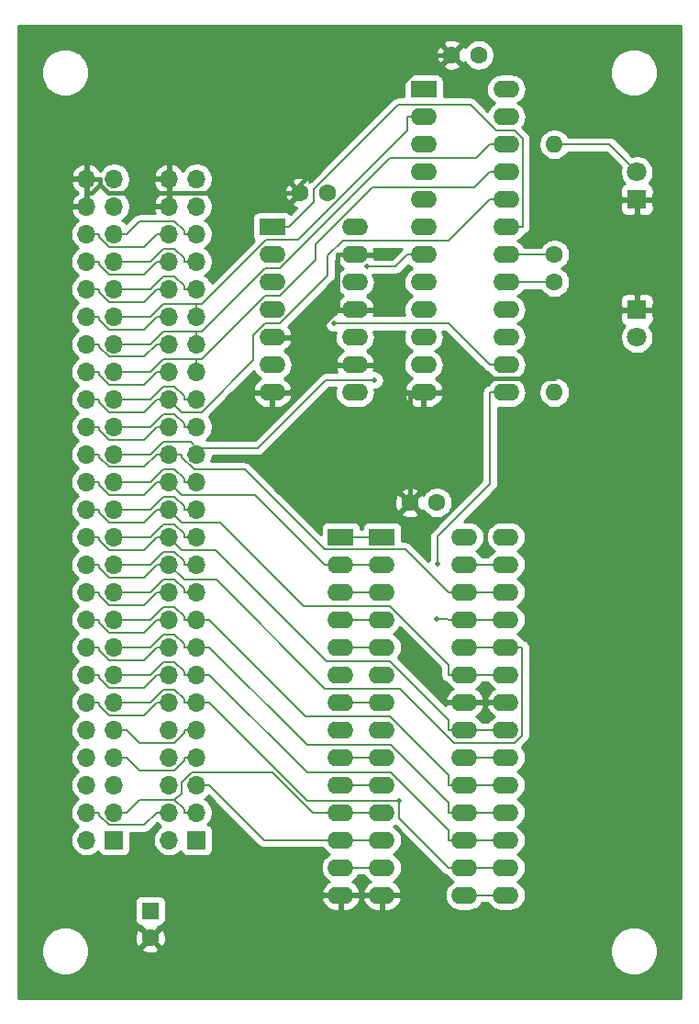
<source format=gbl>
G04 #@! TF.GenerationSoftware,KiCad,Pcbnew,(5.1.9)-1*
G04 #@! TF.CreationDate,2025-10-31T21:16:21+09:00*
G04 #@! TF.ProjectId,PC-8001_RAM,50432d38-3030-4315-9f52-414d2e6b6963,rev?*
G04 #@! TF.SameCoordinates,PX53920b0PY93c3260*
G04 #@! TF.FileFunction,Copper,L2,Bot*
G04 #@! TF.FilePolarity,Positive*
%FSLAX46Y46*%
G04 Gerber Fmt 4.6, Leading zero omitted, Abs format (unit mm)*
G04 Created by KiCad (PCBNEW (5.1.9)-1) date 2025-10-31 21:16:21*
%MOMM*%
%LPD*%
G01*
G04 APERTURE LIST*
G04 #@! TA.AperFunction,ComponentPad*
%ADD10R,1.600000X1.600000*%
G04 #@! TD*
G04 #@! TA.AperFunction,ComponentPad*
%ADD11C,1.600000*%
G04 #@! TD*
G04 #@! TA.AperFunction,ComponentPad*
%ADD12R,1.700000X1.700000*%
G04 #@! TD*
G04 #@! TA.AperFunction,ComponentPad*
%ADD13O,1.700000X1.700000*%
G04 #@! TD*
G04 #@! TA.AperFunction,ComponentPad*
%ADD14R,2.400000X1.600000*%
G04 #@! TD*
G04 #@! TA.AperFunction,ComponentPad*
%ADD15O,2.400000X1.600000*%
G04 #@! TD*
G04 #@! TA.AperFunction,ComponentPad*
%ADD16R,1.800000X1.800000*%
G04 #@! TD*
G04 #@! TA.AperFunction,ComponentPad*
%ADD17C,1.800000*%
G04 #@! TD*
G04 #@! TA.AperFunction,ComponentPad*
%ADD18O,1.600000X1.600000*%
G04 #@! TD*
G04 #@! TA.AperFunction,ViaPad*
%ADD19C,0.500000*%
G04 #@! TD*
G04 #@! TA.AperFunction,Conductor*
%ADD20C,0.400000*%
G04 #@! TD*
G04 #@! TA.AperFunction,Conductor*
%ADD21C,0.200000*%
G04 #@! TD*
G04 #@! TA.AperFunction,Conductor*
%ADD22C,0.254000*%
G04 #@! TD*
G04 #@! TA.AperFunction,Conductor*
%ADD23C,0.100000*%
G04 #@! TD*
G04 APERTURE END LIST*
D10*
X12860000Y8730000D03*
D11*
X12860000Y6230000D03*
D12*
X9525000Y15240000D03*
D13*
X6985000Y15240000D03*
X9525000Y17780000D03*
X6985000Y17780000D03*
X9525000Y20320000D03*
X6985000Y20320000D03*
X9525000Y22860000D03*
X6985000Y22860000D03*
X9525000Y25400000D03*
X6985000Y25400000D03*
X9525000Y27940000D03*
X6985000Y27940000D03*
X9525000Y30480000D03*
X6985000Y30480000D03*
X9525000Y33020000D03*
X6985000Y33020000D03*
X9525000Y35560000D03*
X6985000Y35560000D03*
X9525000Y38100000D03*
X6985000Y38100000D03*
X9525000Y40640000D03*
X6985000Y40640000D03*
X9525000Y43180000D03*
X6985000Y43180000D03*
X9525000Y45720000D03*
X6985000Y45720000D03*
X9525000Y48260000D03*
X6985000Y48260000D03*
X9525000Y50800000D03*
X6985000Y50800000D03*
X9525000Y53340000D03*
X6985000Y53340000D03*
X9525000Y55880000D03*
X6985000Y55880000D03*
X9525000Y58420000D03*
X6985000Y58420000D03*
X9525000Y60960000D03*
X6985000Y60960000D03*
X9525000Y63500000D03*
X6985000Y63500000D03*
X9525000Y66040000D03*
X6985000Y66040000D03*
X9525000Y68580000D03*
X6985000Y68580000D03*
X9525000Y71120000D03*
X6985000Y71120000D03*
X9525000Y73660000D03*
X6985000Y73660000D03*
X9525000Y76200000D03*
X6985000Y76200000D03*
D11*
X43180000Y87630000D03*
X40680000Y87630000D03*
X36830000Y46355000D03*
X39330000Y46355000D03*
D14*
X38100000Y84455000D03*
D15*
X45720000Y56515000D03*
X38100000Y81915000D03*
X45720000Y59055000D03*
X38100000Y79375000D03*
X45720000Y61595000D03*
X38100000Y76835000D03*
X45720000Y64135000D03*
X38100000Y74295000D03*
X45720000Y66675000D03*
X38100000Y71755000D03*
X45720000Y69215000D03*
X38100000Y69215000D03*
X45720000Y71755000D03*
X38100000Y66675000D03*
X45720000Y74295000D03*
X38100000Y64135000D03*
X45720000Y76835000D03*
X38100000Y61595000D03*
X45720000Y79375000D03*
X38100000Y59055000D03*
X45720000Y81915000D03*
X38100000Y56515000D03*
X45720000Y84455000D03*
D14*
X30440000Y43180000D03*
D15*
X45680000Y10160000D03*
X30440000Y40640000D03*
X45680000Y12700000D03*
X30440000Y38100000D03*
X45680000Y15240000D03*
X30440000Y35560000D03*
X45680000Y17780000D03*
X30440000Y33020000D03*
X45680000Y20320000D03*
X30440000Y30480000D03*
X45680000Y22860000D03*
X30440000Y27940000D03*
X45680000Y25400000D03*
X30440000Y25400000D03*
X45680000Y27940000D03*
X30440000Y22860000D03*
X45680000Y30480000D03*
X30440000Y20320000D03*
X45680000Y33020000D03*
X30440000Y17780000D03*
X45680000Y35560000D03*
X30440000Y15240000D03*
X45680000Y38100000D03*
X30440000Y12700000D03*
X45680000Y40640000D03*
X30440000Y10160000D03*
X45680000Y43180000D03*
D16*
X57785000Y74295000D03*
D17*
X57785000Y76835000D03*
X57785000Y61595000D03*
D16*
X57785000Y64135000D03*
D18*
X50165000Y56515000D03*
D11*
X50165000Y66675000D03*
X50165000Y69215000D03*
D18*
X50165000Y79375000D03*
D12*
X17145000Y15240000D03*
D13*
X14605000Y15240000D03*
X17145000Y17780000D03*
X14605000Y17780000D03*
X17145000Y20320000D03*
X14605000Y20320000D03*
X17145000Y22860000D03*
X14605000Y22860000D03*
X17145000Y25400000D03*
X14605000Y25400000D03*
X17145000Y27940000D03*
X14605000Y27940000D03*
X17145000Y30480000D03*
X14605000Y30480000D03*
X17145000Y33020000D03*
X14605000Y33020000D03*
X17145000Y35560000D03*
X14605000Y35560000D03*
X17145000Y38100000D03*
X14605000Y38100000D03*
X17145000Y40640000D03*
X14605000Y40640000D03*
X17145000Y43180000D03*
X14605000Y43180000D03*
X17145000Y45720000D03*
X14605000Y45720000D03*
X17145000Y48260000D03*
X14605000Y48260000D03*
X17145000Y50800000D03*
X14605000Y50800000D03*
X17145000Y53340000D03*
X14605000Y53340000D03*
X17145000Y55880000D03*
X14605000Y55880000D03*
X17145000Y58420000D03*
X14605000Y58420000D03*
X17145000Y60960000D03*
X14605000Y60960000D03*
X17145000Y63500000D03*
X14605000Y63500000D03*
X17145000Y66040000D03*
X14605000Y66040000D03*
X17145000Y68580000D03*
X14605000Y68580000D03*
X17145000Y71120000D03*
X14605000Y71120000D03*
X17145000Y73660000D03*
X14605000Y73660000D03*
X17145000Y76200000D03*
X14605000Y76200000D03*
D14*
X34250000Y43180000D03*
D15*
X41870000Y10160000D03*
X34250000Y40640000D03*
X41870000Y12700000D03*
X34250000Y38100000D03*
X41870000Y15240000D03*
X34250000Y35560000D03*
X41870000Y17780000D03*
X34250000Y33020000D03*
X41870000Y20320000D03*
X34250000Y30480000D03*
X41870000Y22860000D03*
X34250000Y27940000D03*
X41870000Y25400000D03*
X34250000Y25400000D03*
X41870000Y27940000D03*
X34250000Y22860000D03*
X41870000Y30480000D03*
X34250000Y20320000D03*
X41870000Y33020000D03*
X34250000Y17780000D03*
X41870000Y35560000D03*
X34250000Y15240000D03*
X41870000Y38100000D03*
X34250000Y12700000D03*
X41870000Y40640000D03*
X34250000Y10160000D03*
X41870000Y43180000D03*
D11*
X29210000Y74930000D03*
X26710000Y74930000D03*
D14*
X24130000Y71755000D03*
D15*
X31750000Y56515000D03*
X24130000Y69215000D03*
X31750000Y59055000D03*
X24130000Y66675000D03*
X31750000Y61595000D03*
X24130000Y64135000D03*
X31750000Y64135000D03*
X24130000Y61595000D03*
X31750000Y66675000D03*
X24130000Y59055000D03*
X31750000Y69215000D03*
X24130000Y56515000D03*
X31750000Y71755000D03*
D19*
X39376000Y40669200D03*
X35823200Y18893200D03*
X39299800Y35663200D03*
X32824500Y68107000D03*
X33569600Y57652300D03*
X29827000Y62883500D03*
D20*
X26710000Y74930000D02*
X26710000Y75676100D01*
X26710000Y75676100D02*
X38663900Y87630000D01*
X38663900Y87630000D02*
X40680000Y87630000D01*
X14605000Y74930000D02*
X26710000Y74930000D01*
X30440000Y10160000D02*
X16790000Y10160000D01*
X16790000Y10160000D02*
X12860000Y6230000D01*
X34250000Y10160000D02*
X30440000Y10160000D01*
X14605000Y76200000D02*
X14605000Y74930000D01*
X14605000Y74930000D02*
X8987200Y74930000D01*
X8987200Y74930000D02*
X8235300Y75681900D01*
X14605000Y74910300D02*
X14605000Y74930000D01*
X8235300Y75681900D02*
X8235300Y76200000D01*
X8235300Y75681900D02*
X7463700Y74910300D01*
X7463700Y74910300D02*
X6985000Y74910300D01*
X6985000Y73660000D02*
X6985000Y74910300D01*
X6985000Y76200000D02*
X8235300Y76200000D01*
X31750000Y69215000D02*
X30149700Y69215000D01*
X30149700Y69215000D02*
X30149700Y64135000D01*
X27609700Y61595000D02*
X25730300Y61595000D01*
X29210000Y59994700D02*
X27609700Y61595000D01*
X27609700Y61595000D02*
X30149700Y64135000D01*
X31750000Y64135000D02*
X30149700Y64135000D01*
X30149700Y59055000D02*
X29210000Y59994700D01*
X25730300Y56515000D02*
X29210000Y59994700D01*
X24130000Y56515000D02*
X25730300Y56515000D01*
X31750000Y59055000D02*
X30149700Y59055000D01*
X14605000Y73660000D02*
X14605000Y74910300D01*
X36830000Y56515000D02*
X36499700Y56515000D01*
X38100000Y56515000D02*
X36830000Y56515000D01*
X36830000Y46355000D02*
X36830000Y56515000D01*
X38100000Y56515000D02*
X39700300Y56515000D01*
X57785000Y64135000D02*
X56484700Y64135000D01*
X56484700Y64135000D02*
X50134700Y57785000D01*
X50134700Y57785000D02*
X40970300Y57785000D01*
X40970300Y57785000D02*
X39700300Y56515000D01*
X41870000Y27940000D02*
X45680000Y27940000D01*
X31750000Y59055000D02*
X33959700Y59055000D01*
X33959700Y59055000D02*
X36499700Y56515000D01*
X24130000Y61595000D02*
X25730300Y61595000D01*
D21*
X45720000Y56515000D02*
X44219700Y56515000D01*
X39376000Y40669200D02*
X39376000Y43226000D01*
X39376000Y43226000D02*
X44219700Y48069700D01*
X44219700Y48069700D02*
X44219700Y56515000D01*
X15123700Y18938600D02*
X11833900Y18938600D01*
X11833900Y18938600D02*
X10675300Y17780000D01*
X15994700Y17780000D02*
X15994700Y18067600D01*
X15994700Y18067600D02*
X15123700Y18938600D01*
X30440000Y17780000D02*
X27889000Y17780000D01*
X27889000Y17780000D02*
X24174600Y21494400D01*
X24174600Y21494400D02*
X16664000Y21494400D01*
X16664000Y21494400D02*
X15755400Y20585800D01*
X15755400Y20585800D02*
X15755400Y19570300D01*
X15755400Y19570300D02*
X15123700Y18938600D01*
X34250000Y17780000D02*
X30440000Y17780000D01*
X17145000Y17780000D02*
X15994700Y17780000D01*
X9525000Y17780000D02*
X10675300Y17780000D01*
X17145000Y20320000D02*
X18295300Y20320000D01*
X30440000Y15240000D02*
X23375300Y15240000D01*
X23375300Y15240000D02*
X18295300Y20320000D01*
X34250000Y15240000D02*
X30440000Y15240000D01*
X9525000Y22860000D02*
X10675300Y22860000D01*
X17145000Y22860000D02*
X15994700Y22860000D01*
X15994700Y22860000D02*
X15994700Y22572400D01*
X15994700Y22572400D02*
X15100300Y21678000D01*
X15100300Y21678000D02*
X11857300Y21678000D01*
X11857300Y21678000D02*
X10675300Y22860000D01*
X34250000Y12700000D02*
X30440000Y12700000D01*
X9525000Y25400000D02*
X10675300Y25400000D01*
X17145000Y25400000D02*
X15994700Y25400000D01*
X15994700Y25400000D02*
X15994700Y25112400D01*
X15994700Y25112400D02*
X15091700Y24209400D01*
X15091700Y24209400D02*
X11865900Y24209400D01*
X11865900Y24209400D02*
X10675300Y25400000D01*
X41870000Y10160000D02*
X45680000Y10160000D01*
X35822700Y18892700D02*
X35823200Y18893200D01*
X18295300Y27940000D02*
X27342600Y18892700D01*
X27342600Y18892700D02*
X35822700Y18892700D01*
X35822700Y18892700D02*
X35822700Y17247000D01*
X35822700Y17247000D02*
X40369700Y12700000D01*
X41870000Y12700000D02*
X40369700Y12700000D01*
X41870000Y12700000D02*
X45680000Y12700000D01*
X17145000Y27940000D02*
X18295300Y27940000D01*
X17145000Y27940000D02*
X15994700Y27940000D01*
X15994700Y27940000D02*
X15994700Y28227600D01*
X15994700Y28227600D02*
X15113000Y29109300D01*
X15113000Y29109300D02*
X14057700Y29109300D01*
X14057700Y29109300D02*
X12888400Y27940000D01*
X12888400Y27940000D02*
X9525000Y27940000D01*
X41870000Y15240000D02*
X40369700Y15240000D01*
X40369700Y15240000D02*
X40369700Y16177700D01*
X40369700Y16177700D02*
X35099000Y21448400D01*
X35099000Y21448400D02*
X27326900Y21448400D01*
X27326900Y21448400D02*
X18295300Y30480000D01*
X41870000Y15240000D02*
X45680000Y15240000D01*
X17145000Y30480000D02*
X18295300Y30480000D01*
X17145000Y30480000D02*
X15994700Y30480000D01*
X15994700Y30480000D02*
X15994700Y30767600D01*
X15994700Y30767600D02*
X15113000Y31649300D01*
X15113000Y31649300D02*
X14057700Y31649300D01*
X14057700Y31649300D02*
X12888400Y30480000D01*
X12888400Y30480000D02*
X9525000Y30480000D01*
X41870000Y17780000D02*
X40369700Y17780000D01*
X40369700Y17780000D02*
X40369700Y18717700D01*
X40369700Y18717700D02*
X35099000Y23988400D01*
X35099000Y23988400D02*
X27326900Y23988400D01*
X27326900Y23988400D02*
X18295300Y33020000D01*
X41870000Y17780000D02*
X45680000Y17780000D01*
X17145000Y33020000D02*
X18295300Y33020000D01*
X17145000Y33020000D02*
X15994700Y33020000D01*
X15994700Y33020000D02*
X15994700Y33307600D01*
X15994700Y33307600D02*
X15113000Y34189300D01*
X15113000Y34189300D02*
X14057700Y34189300D01*
X14057700Y34189300D02*
X12888400Y33020000D01*
X12888400Y33020000D02*
X9525000Y33020000D01*
X41870000Y20320000D02*
X40369700Y20320000D01*
X40369700Y20320000D02*
X40369700Y21257700D01*
X40369700Y21257700D02*
X34957400Y26670000D01*
X34957400Y26670000D02*
X27185300Y26670000D01*
X27185300Y26670000D02*
X18295300Y35560000D01*
X41870000Y20320000D02*
X45680000Y20320000D01*
X17145000Y35560000D02*
X18295300Y35560000D01*
X17145000Y35560000D02*
X15994700Y35560000D01*
X15994700Y35560000D02*
X15994700Y35847600D01*
X15994700Y35847600D02*
X15113000Y36729300D01*
X15113000Y36729300D02*
X14057700Y36729300D01*
X14057700Y36729300D02*
X12888400Y35560000D01*
X12888400Y35560000D02*
X9525000Y35560000D01*
X17145000Y38100000D02*
X15994700Y38100000D01*
X15994700Y38100000D02*
X15994700Y38387600D01*
X15994700Y38387600D02*
X15113000Y39269300D01*
X15113000Y39269300D02*
X14057700Y39269300D01*
X14057700Y39269300D02*
X12888400Y38100000D01*
X12888400Y38100000D02*
X9525000Y38100000D01*
X34250000Y20320000D02*
X30440000Y20320000D01*
X6985000Y38100000D02*
X8135300Y38100000D01*
X14605000Y38100000D02*
X13454700Y38100000D01*
X13454700Y38100000D02*
X12264100Y36909400D01*
X12264100Y36909400D02*
X9087500Y36909400D01*
X9087500Y36909400D02*
X8135300Y37861600D01*
X8135300Y37861600D02*
X8135300Y38100000D01*
X41870000Y35560000D02*
X40369700Y35560000D01*
X39299800Y35663200D02*
X40266500Y35663200D01*
X40266500Y35663200D02*
X40369700Y35560000D01*
X41870000Y35560000D02*
X45680000Y35560000D01*
X34250000Y22860000D02*
X30440000Y22860000D01*
X17145000Y40640000D02*
X15994700Y40640000D01*
X15994700Y40640000D02*
X15994700Y40927600D01*
X15994700Y40927600D02*
X15113000Y41809300D01*
X15113000Y41809300D02*
X14057700Y41809300D01*
X14057700Y41809300D02*
X12888400Y40640000D01*
X12888400Y40640000D02*
X9525000Y40640000D01*
X45680000Y33020000D02*
X47180300Y33020000D01*
X47180300Y33020000D02*
X47180300Y24890600D01*
X47180300Y24890600D02*
X46512000Y24222300D01*
X46512000Y24222300D02*
X40921500Y24222300D01*
X40921500Y24222300D02*
X35933800Y29210000D01*
X35933800Y29210000D02*
X28983200Y29210000D01*
X28983200Y29210000D02*
X18942800Y39250400D01*
X18942800Y39250400D02*
X15994600Y39250400D01*
X15994600Y39250400D02*
X14605000Y40640000D01*
X45680000Y33020000D02*
X41870000Y33020000D01*
X14605000Y40640000D02*
X13454700Y40640000D01*
X6985000Y40640000D02*
X8135300Y40640000D01*
X13454700Y40640000D02*
X12264100Y39449400D01*
X12264100Y39449400D02*
X9087500Y39449400D01*
X9087500Y39449400D02*
X8135300Y40401600D01*
X8135300Y40401600D02*
X8135300Y40640000D01*
X17145000Y43180000D02*
X15994700Y43180000D01*
X15994700Y43180000D02*
X15994700Y43467600D01*
X15994700Y43467600D02*
X15113000Y44349300D01*
X15113000Y44349300D02*
X14057700Y44349300D01*
X14057700Y44349300D02*
X12888400Y43180000D01*
X12888400Y43180000D02*
X9525000Y43180000D01*
X41870000Y25400000D02*
X40369700Y25400000D01*
X40369700Y25400000D02*
X40369700Y26337700D01*
X40369700Y26337700D02*
X34957400Y31750000D01*
X34957400Y31750000D02*
X29133900Y31750000D01*
X29133900Y31750000D02*
X18877200Y42006700D01*
X18877200Y42006700D02*
X15778300Y42006700D01*
X15778300Y42006700D02*
X14605000Y43180000D01*
X45680000Y25400000D02*
X41870000Y25400000D01*
X6985000Y43180000D02*
X8135300Y43180000D01*
X14605000Y43180000D02*
X13454700Y43180000D01*
X13454700Y43180000D02*
X12264100Y41989400D01*
X12264100Y41989400D02*
X9087500Y41989400D01*
X9087500Y41989400D02*
X8135300Y42941600D01*
X8135300Y42941600D02*
X8135300Y43180000D01*
X36599700Y69215000D02*
X35491700Y68107000D01*
X35491700Y68107000D02*
X32824500Y68107000D01*
X38100000Y69215000D02*
X36599700Y69215000D01*
X17145000Y45720000D02*
X15994700Y45720000D01*
X15994700Y45720000D02*
X15994700Y46007600D01*
X15994700Y46007600D02*
X15113000Y46889300D01*
X15113000Y46889300D02*
X14057700Y46889300D01*
X14057700Y46889300D02*
X12888400Y45720000D01*
X12888400Y45720000D02*
X9525000Y45720000D01*
X34250000Y27940000D02*
X30440000Y27940000D01*
X41870000Y30480000D02*
X40369700Y30480000D01*
X40369700Y30480000D02*
X40369700Y31417700D01*
X40369700Y31417700D02*
X34957400Y36830000D01*
X34957400Y36830000D02*
X27046200Y36830000D01*
X27046200Y36830000D02*
X19329500Y44546700D01*
X19329500Y44546700D02*
X15778300Y44546700D01*
X15778300Y44546700D02*
X14605000Y45720000D01*
X45680000Y30480000D02*
X41870000Y30480000D01*
X14605000Y45720000D02*
X13454700Y45720000D01*
X6985000Y45720000D02*
X8135300Y45720000D01*
X13454700Y45720000D02*
X12264100Y44529400D01*
X12264100Y44529400D02*
X9087500Y44529400D01*
X9087500Y44529400D02*
X8135300Y45481600D01*
X8135300Y45481600D02*
X8135300Y45720000D01*
X17145000Y48260000D02*
X15994700Y48260000D01*
X15994700Y48260000D02*
X15994700Y48547600D01*
X15994700Y48547600D02*
X15098300Y49444000D01*
X15098300Y49444000D02*
X14072400Y49444000D01*
X14072400Y49444000D02*
X12888400Y48260000D01*
X12888400Y48260000D02*
X9525000Y48260000D01*
X14605000Y48260000D02*
X15778300Y47086700D01*
X15778300Y47086700D02*
X22493000Y47086700D01*
X22493000Y47086700D02*
X28939700Y40640000D01*
X30440000Y40640000D02*
X28939700Y40640000D01*
X34250000Y40640000D02*
X30440000Y40640000D01*
X6985000Y48260000D02*
X8135300Y48260000D01*
X14605000Y48260000D02*
X13454700Y48260000D01*
X13454700Y48260000D02*
X12264100Y47069400D01*
X12264100Y47069400D02*
X9087500Y47069400D01*
X9087500Y47069400D02*
X8135300Y48021600D01*
X8135300Y48021600D02*
X8135300Y48260000D01*
X17145000Y51409000D02*
X22809600Y51409000D01*
X22809600Y51409000D02*
X29052900Y57652300D01*
X29052900Y57652300D02*
X33569600Y57652300D01*
X9525000Y50800000D02*
X12888400Y50800000D01*
X12888400Y50800000D02*
X14057700Y51969300D01*
X14057700Y51969300D02*
X16584700Y51969300D01*
X16584700Y51969300D02*
X17145000Y51409000D01*
X17145000Y51325100D02*
X17145000Y51409000D01*
X17145000Y50800000D02*
X17145000Y51325100D01*
X34250000Y33020000D02*
X30440000Y33020000D01*
X14605000Y50800000D02*
X15755300Y50800000D01*
X41870000Y38100000D02*
X40369700Y38100000D01*
X40369700Y38100000D02*
X36418000Y42051700D01*
X36418000Y42051700D02*
X28939600Y42051700D01*
X28939600Y42051700D02*
X21580900Y49410400D01*
X21580900Y49410400D02*
X16906500Y49410400D01*
X16906500Y49410400D02*
X15755300Y50561600D01*
X15755300Y50561600D02*
X15755300Y50800000D01*
X45680000Y38100000D02*
X41870000Y38100000D01*
X14605000Y50800000D02*
X13454700Y50800000D01*
X13454700Y50800000D02*
X12293400Y49638700D01*
X12293400Y49638700D02*
X9058200Y49638700D01*
X9058200Y49638700D02*
X8135300Y50561600D01*
X8135300Y50561600D02*
X8135300Y50800000D01*
X6985000Y50800000D02*
X8135300Y50800000D01*
X34250000Y35560000D02*
X30440000Y35560000D01*
X17145000Y53340000D02*
X15994700Y53340000D01*
X15994700Y53340000D02*
X15994700Y53627600D01*
X15994700Y53627600D02*
X15113000Y54509300D01*
X15113000Y54509300D02*
X14057700Y54509300D01*
X14057700Y54509300D02*
X12888400Y53340000D01*
X12888400Y53340000D02*
X9525000Y53340000D01*
X34250000Y43180000D02*
X30440000Y43180000D01*
X6985000Y53340000D02*
X8135300Y53340000D01*
X14605000Y53340000D02*
X13454700Y53340000D01*
X13454700Y53340000D02*
X12264100Y52149400D01*
X12264100Y52149400D02*
X9087500Y52149400D01*
X9087500Y52149400D02*
X8135300Y53101600D01*
X8135300Y53101600D02*
X8135300Y53340000D01*
X17145000Y55880000D02*
X15994700Y55880000D01*
X15994700Y55880000D02*
X15994700Y56167600D01*
X15994700Y56167600D02*
X15121200Y57041100D01*
X15121200Y57041100D02*
X14049500Y57041100D01*
X14049500Y57041100D02*
X12888400Y55880000D01*
X12888400Y55880000D02*
X9525000Y55880000D01*
X34250000Y38100000D02*
X30440000Y38100000D01*
X14605000Y55880000D02*
X15788000Y54697000D01*
X15788000Y54697000D02*
X17589100Y54697000D01*
X17589100Y54697000D02*
X22387800Y59495700D01*
X22387800Y59495700D02*
X22387800Y61819200D01*
X22387800Y61819200D02*
X23433600Y62865000D01*
X23433600Y62865000D02*
X24830000Y62865000D01*
X24830000Y62865000D02*
X29257900Y67292900D01*
X29257900Y67292900D02*
X29257900Y69117000D01*
X29257900Y69117000D02*
X30633900Y70493000D01*
X30633900Y70493000D02*
X40417700Y70493000D01*
X40417700Y70493000D02*
X44219700Y74295000D01*
X14029900Y55880000D02*
X14605000Y55880000D01*
X45720000Y74295000D02*
X44219700Y74295000D01*
X14029900Y55880000D02*
X13454700Y55880000D01*
X6985000Y55880000D02*
X8135300Y55880000D01*
X13454700Y55880000D02*
X12264100Y54689400D01*
X12264100Y54689400D02*
X9087500Y54689400D01*
X9087500Y54689400D02*
X8135300Y55641600D01*
X8135300Y55641600D02*
X8135300Y55880000D01*
X17145000Y59570300D02*
X17592600Y59570300D01*
X17592600Y59570300D02*
X23427300Y65405000D01*
X23427300Y65405000D02*
X24835500Y65405000D01*
X24835500Y65405000D02*
X28148800Y68718300D01*
X28148800Y68718300D02*
X28148800Y70189600D01*
X28148800Y70189600D02*
X33354600Y75395400D01*
X33354600Y75395400D02*
X42780100Y75395400D01*
X42780100Y75395400D02*
X44219700Y76835000D01*
X17145000Y59570300D02*
X14038700Y59570300D01*
X14038700Y59570300D02*
X12888400Y58420000D01*
X12888400Y58420000D02*
X9525000Y58420000D01*
X45720000Y76835000D02*
X44219700Y76835000D01*
X17145000Y58420000D02*
X17145000Y59570300D01*
X14605000Y58420000D02*
X13454700Y58420000D01*
X6985000Y58420000D02*
X8135300Y58420000D01*
X13454700Y58420000D02*
X12264100Y57229400D01*
X12264100Y57229400D02*
X9087500Y57229400D01*
X9087500Y57229400D02*
X8135300Y58181600D01*
X8135300Y58181600D02*
X8135300Y58420000D01*
X17145000Y62110300D02*
X14038700Y62110300D01*
X14038700Y62110300D02*
X12888400Y60960000D01*
X12888400Y60960000D02*
X9525000Y60960000D01*
X17145000Y62010200D02*
X17145000Y62110300D01*
X17145000Y60960000D02*
X17145000Y62010200D01*
X45720000Y79375000D02*
X44219700Y79375000D01*
X44219700Y79375000D02*
X42949700Y78105000D01*
X42949700Y78105000D02*
X34976400Y78105000D01*
X34976400Y78105000D02*
X24815700Y67944300D01*
X24815700Y67944300D02*
X23425000Y67944300D01*
X23425000Y67944300D02*
X17591000Y62110300D01*
X17591000Y62110300D02*
X17145000Y62110300D01*
X17145000Y64650300D02*
X14038700Y64650300D01*
X14038700Y64650300D02*
X12888400Y63500000D01*
X12888400Y63500000D02*
X9525000Y63500000D01*
X17145000Y64550200D02*
X17145000Y64650300D01*
X17145000Y63500000D02*
X17145000Y64550200D01*
X38100000Y81915000D02*
X36599700Y81915000D01*
X36599700Y81915000D02*
X36599700Y80696000D01*
X36599700Y80696000D02*
X26530400Y70626700D01*
X26530400Y70626700D02*
X23568900Y70626700D01*
X23568900Y70626700D02*
X17592500Y64650300D01*
X17592500Y64650300D02*
X17145000Y64650300D01*
X15994700Y66040000D02*
X15994700Y66327600D01*
X15994700Y66327600D02*
X15123700Y67198600D01*
X15123700Y67198600D02*
X14047000Y67198600D01*
X14047000Y67198600D02*
X12888400Y66040000D01*
X12888400Y66040000D02*
X9525000Y66040000D01*
X17145000Y66040000D02*
X15994700Y66040000D01*
X45680000Y40640000D02*
X41870000Y40640000D01*
X6985000Y63500000D02*
X8135300Y63500000D01*
X14605000Y63500000D02*
X13454700Y63500000D01*
X13454700Y63500000D02*
X12264100Y62309400D01*
X12264100Y62309400D02*
X9087500Y62309400D01*
X9087500Y62309400D02*
X8135300Y63261600D01*
X8135300Y63261600D02*
X8135300Y63500000D01*
X41870000Y22860000D02*
X45680000Y22860000D01*
X50165000Y69215000D02*
X45720000Y69215000D01*
X50165000Y66675000D02*
X45720000Y66675000D01*
X50165000Y79375000D02*
X55245000Y79375000D01*
X55245000Y79375000D02*
X57785000Y76835000D01*
X6985000Y17780000D02*
X8135300Y17780000D01*
X14605000Y17780000D02*
X13454700Y17780000D01*
X13454700Y17780000D02*
X12299900Y16625200D01*
X12299900Y16625200D02*
X9051700Y16625200D01*
X9051700Y16625200D02*
X8135300Y17541600D01*
X8135300Y17541600D02*
X8135300Y17780000D01*
X6985000Y30480000D02*
X8135300Y30480000D01*
X14605000Y30480000D02*
X13454700Y30480000D01*
X13454700Y30480000D02*
X12264100Y29289400D01*
X12264100Y29289400D02*
X9087500Y29289400D01*
X9087500Y29289400D02*
X8135300Y30241600D01*
X8135300Y30241600D02*
X8135300Y30480000D01*
X6985000Y33020000D02*
X8135300Y33020000D01*
X14605000Y33020000D02*
X13454700Y33020000D01*
X13454700Y33020000D02*
X12264100Y31829400D01*
X12264100Y31829400D02*
X9087500Y31829400D01*
X9087500Y31829400D02*
X8135300Y32781600D01*
X8135300Y32781600D02*
X8135300Y33020000D01*
X6985000Y35560000D02*
X8135300Y35560000D01*
X14605000Y35560000D02*
X13454700Y35560000D01*
X13454700Y35560000D02*
X12264100Y34369400D01*
X12264100Y34369400D02*
X9087500Y34369400D01*
X9087500Y34369400D02*
X8135300Y35321600D01*
X8135300Y35321600D02*
X8135300Y35560000D01*
X6985000Y60960000D02*
X8135300Y60960000D01*
X14605000Y60960000D02*
X13454700Y60960000D01*
X13454700Y60960000D02*
X12293400Y59798700D01*
X12293400Y59798700D02*
X9058200Y59798700D01*
X9058200Y59798700D02*
X8135300Y60721600D01*
X8135300Y60721600D02*
X8135300Y60960000D01*
X6985000Y66040000D02*
X8135300Y66040000D01*
X14605000Y66040000D02*
X13454700Y66040000D01*
X13454700Y66040000D02*
X12264100Y64849400D01*
X12264100Y64849400D02*
X9087500Y64849400D01*
X9087500Y64849400D02*
X8135300Y65801600D01*
X8135300Y65801600D02*
X8135300Y66040000D01*
X17145000Y68580000D02*
X15994700Y68580000D01*
X15994700Y68580000D02*
X15994700Y68867600D01*
X15994700Y68867600D02*
X15113000Y69749300D01*
X15113000Y69749300D02*
X14057700Y69749300D01*
X14057700Y69749300D02*
X12888400Y68580000D01*
X12888400Y68580000D02*
X9525000Y68580000D01*
X6985000Y68580000D02*
X8135300Y68580000D01*
X14605000Y68580000D02*
X13454700Y68580000D01*
X13454700Y68580000D02*
X12264100Y67389400D01*
X12264100Y67389400D02*
X9087500Y67389400D01*
X9087500Y67389400D02*
X8135300Y68341600D01*
X8135300Y68341600D02*
X8135300Y68580000D01*
X9525000Y71120000D02*
X10675300Y71120000D01*
X17145000Y71120000D02*
X15994700Y71120000D01*
X15994700Y71120000D02*
X15994700Y71407600D01*
X15994700Y71407600D02*
X15125200Y72277100D01*
X15125200Y72277100D02*
X11832400Y72277100D01*
X11832400Y72277100D02*
X10675300Y71120000D01*
X6985000Y71120000D02*
X8135300Y71120000D01*
X14605000Y71120000D02*
X13454700Y71120000D01*
X13454700Y71120000D02*
X12264100Y69929400D01*
X12264100Y69929400D02*
X9087500Y69929400D01*
X9087500Y69929400D02*
X8135300Y70881600D01*
X8135300Y70881600D02*
X8135300Y71120000D01*
X6985000Y27940000D02*
X8135300Y27940000D01*
X14605000Y27940000D02*
X13454700Y27940000D01*
X13454700Y27940000D02*
X12264100Y26749400D01*
X12264100Y26749400D02*
X9087500Y26749400D01*
X9087500Y26749400D02*
X8135300Y27701600D01*
X8135300Y27701600D02*
X8135300Y27940000D01*
X44219700Y59055000D02*
X40391200Y62883500D01*
X40391200Y62883500D02*
X29827000Y62883500D01*
X45720000Y59055000D02*
X44219700Y59055000D01*
X45720000Y71755000D02*
X47220300Y71755000D01*
X24130000Y71755000D02*
X25630300Y71755000D01*
X25630300Y71755000D02*
X27960000Y74084700D01*
X27960000Y74084700D02*
X27960000Y75279900D01*
X27960000Y75279900D02*
X35700200Y83020100D01*
X35700200Y83020100D02*
X42414700Y83020100D01*
X42414700Y83020100D02*
X44789800Y80645000D01*
X44789800Y80645000D02*
X46489300Y80645000D01*
X46489300Y80645000D02*
X47220300Y79914000D01*
X47220300Y79914000D02*
X47220300Y71755000D01*
D22*
X61840000Y660000D02*
X660000Y660000D01*
X660000Y5220128D01*
X2765000Y5220128D01*
X2765000Y4779872D01*
X2850890Y4348075D01*
X3019369Y3941331D01*
X3263962Y3575271D01*
X3575271Y3263962D01*
X3941331Y3019369D01*
X4348075Y2850890D01*
X4779872Y2765000D01*
X5220128Y2765000D01*
X5651925Y2850890D01*
X6058669Y3019369D01*
X6424729Y3263962D01*
X6736038Y3575271D01*
X6980631Y3941331D01*
X7149110Y4348075D01*
X7235000Y4779872D01*
X7235000Y5220128D01*
X7231585Y5237298D01*
X12046903Y5237298D01*
X12118486Y4993329D01*
X12373996Y4872429D01*
X12648184Y4803700D01*
X12930512Y4789783D01*
X13210130Y4831213D01*
X13476292Y4926397D01*
X13601514Y4993329D01*
X13668059Y5220128D01*
X55265000Y5220128D01*
X55265000Y4779872D01*
X55350890Y4348075D01*
X55519369Y3941331D01*
X55763962Y3575271D01*
X56075271Y3263962D01*
X56441331Y3019369D01*
X56848075Y2850890D01*
X57279872Y2765000D01*
X57720128Y2765000D01*
X58151925Y2850890D01*
X58558669Y3019369D01*
X58924729Y3263962D01*
X59236038Y3575271D01*
X59480631Y3941331D01*
X59649110Y4348075D01*
X59735000Y4779872D01*
X59735000Y5220128D01*
X59649110Y5651925D01*
X59480631Y6058669D01*
X59236038Y6424729D01*
X58924729Y6736038D01*
X58558669Y6980631D01*
X58151925Y7149110D01*
X57720128Y7235000D01*
X57279872Y7235000D01*
X56848075Y7149110D01*
X56441331Y6980631D01*
X56075271Y6736038D01*
X55763962Y6424729D01*
X55519369Y6058669D01*
X55350890Y5651925D01*
X55265000Y5220128D01*
X13668059Y5220128D01*
X13673097Y5237298D01*
X12860000Y6050395D01*
X12046903Y5237298D01*
X7231585Y5237298D01*
X7149110Y5651925D01*
X6980631Y6058669D01*
X6913267Y6159488D01*
X11419783Y6159488D01*
X11461213Y5879870D01*
X11556397Y5613708D01*
X11623329Y5488486D01*
X11867298Y5416903D01*
X12680395Y6230000D01*
X13039605Y6230000D01*
X13852702Y5416903D01*
X14096671Y5488486D01*
X14217571Y5743996D01*
X14286300Y6018184D01*
X14300217Y6300512D01*
X14258787Y6580130D01*
X14163603Y6846292D01*
X14096671Y6971514D01*
X13852702Y7043097D01*
X13039605Y6230000D01*
X12680395Y6230000D01*
X11867298Y7043097D01*
X11623329Y6971514D01*
X11502429Y6716004D01*
X11433700Y6441816D01*
X11419783Y6159488D01*
X6913267Y6159488D01*
X6736038Y6424729D01*
X6424729Y6736038D01*
X6058669Y6980631D01*
X5651925Y7149110D01*
X5220128Y7235000D01*
X4779872Y7235000D01*
X4348075Y7149110D01*
X3941331Y6980631D01*
X3575271Y6736038D01*
X3263962Y6424729D01*
X3019369Y6058669D01*
X2850890Y5651925D01*
X2765000Y5220128D01*
X660000Y5220128D01*
X660000Y9530000D01*
X11421928Y9530000D01*
X11421928Y7930000D01*
X11434188Y7805518D01*
X11470498Y7685820D01*
X11529463Y7575506D01*
X11608815Y7478815D01*
X11705506Y7399463D01*
X11815820Y7340498D01*
X11935518Y7304188D01*
X12060000Y7291928D01*
X12067215Y7291928D01*
X12046903Y7222702D01*
X12860000Y6409605D01*
X13673097Y7222702D01*
X13652785Y7291928D01*
X13660000Y7291928D01*
X13784482Y7304188D01*
X13904180Y7340498D01*
X14014494Y7399463D01*
X14111185Y7478815D01*
X14190537Y7575506D01*
X14249502Y7685820D01*
X14285812Y7805518D01*
X14298072Y7930000D01*
X14298072Y9530000D01*
X14285812Y9654482D01*
X14249502Y9774180D01*
X14229842Y9810961D01*
X28648096Y9810961D01*
X28665633Y9728182D01*
X28776285Y9468354D01*
X28935500Y9235105D01*
X29137161Y9037399D01*
X29373517Y8882834D01*
X29635486Y8777350D01*
X29913000Y8725000D01*
X30313000Y8725000D01*
X30313000Y10033000D01*
X30567000Y10033000D01*
X30567000Y8725000D01*
X30967000Y8725000D01*
X31244514Y8777350D01*
X31506483Y8882834D01*
X31742839Y9037399D01*
X31944500Y9235105D01*
X32103715Y9468354D01*
X32214367Y9728182D01*
X32231904Y9810961D01*
X32458096Y9810961D01*
X32475633Y9728182D01*
X32586285Y9468354D01*
X32745500Y9235105D01*
X32947161Y9037399D01*
X33183517Y8882834D01*
X33445486Y8777350D01*
X33723000Y8725000D01*
X34123000Y8725000D01*
X34123000Y10033000D01*
X34377000Y10033000D01*
X34377000Y8725000D01*
X34777000Y8725000D01*
X35054514Y8777350D01*
X35316483Y8882834D01*
X35552839Y9037399D01*
X35754500Y9235105D01*
X35913715Y9468354D01*
X36024367Y9728182D01*
X36041904Y9810961D01*
X35919915Y10033000D01*
X34377000Y10033000D01*
X34123000Y10033000D01*
X32580085Y10033000D01*
X32458096Y9810961D01*
X32231904Y9810961D01*
X32109915Y10033000D01*
X30567000Y10033000D01*
X30313000Y10033000D01*
X28770085Y10033000D01*
X28648096Y9810961D01*
X14229842Y9810961D01*
X14190537Y9884494D01*
X14111185Y9981185D01*
X14014494Y10060537D01*
X13904180Y10119502D01*
X13784482Y10155812D01*
X13660000Y10168072D01*
X12060000Y10168072D01*
X11935518Y10155812D01*
X11815820Y10119502D01*
X11705506Y10060537D01*
X11608815Y9981185D01*
X11529463Y9884494D01*
X11470498Y9774180D01*
X11434188Y9654482D01*
X11421928Y9530000D01*
X660000Y9530000D01*
X660000Y71266260D01*
X5500000Y71266260D01*
X5500000Y70973740D01*
X5557068Y70686842D01*
X5669010Y70416589D01*
X5831525Y70173368D01*
X6038368Y69966525D01*
X6212760Y69850000D01*
X6038368Y69733475D01*
X5831525Y69526632D01*
X5669010Y69283411D01*
X5557068Y69013158D01*
X5500000Y68726260D01*
X5500000Y68433740D01*
X5557068Y68146842D01*
X5669010Y67876589D01*
X5831525Y67633368D01*
X6038368Y67426525D01*
X6212760Y67310000D01*
X6038368Y67193475D01*
X5831525Y66986632D01*
X5669010Y66743411D01*
X5557068Y66473158D01*
X5500000Y66186260D01*
X5500000Y65893740D01*
X5557068Y65606842D01*
X5669010Y65336589D01*
X5831525Y65093368D01*
X6038368Y64886525D01*
X6212760Y64770000D01*
X6038368Y64653475D01*
X5831525Y64446632D01*
X5669010Y64203411D01*
X5557068Y63933158D01*
X5500000Y63646260D01*
X5500000Y63353740D01*
X5557068Y63066842D01*
X5669010Y62796589D01*
X5831525Y62553368D01*
X6038368Y62346525D01*
X6212760Y62230000D01*
X6038368Y62113475D01*
X5831525Y61906632D01*
X5669010Y61663411D01*
X5557068Y61393158D01*
X5500000Y61106260D01*
X5500000Y60813740D01*
X5557068Y60526842D01*
X5669010Y60256589D01*
X5831525Y60013368D01*
X6038368Y59806525D01*
X6212760Y59690000D01*
X6038368Y59573475D01*
X5831525Y59366632D01*
X5669010Y59123411D01*
X5557068Y58853158D01*
X5500000Y58566260D01*
X5500000Y58273740D01*
X5557068Y57986842D01*
X5669010Y57716589D01*
X5831525Y57473368D01*
X6038368Y57266525D01*
X6212760Y57150000D01*
X6038368Y57033475D01*
X5831525Y56826632D01*
X5669010Y56583411D01*
X5557068Y56313158D01*
X5500000Y56026260D01*
X5500000Y55733740D01*
X5557068Y55446842D01*
X5669010Y55176589D01*
X5831525Y54933368D01*
X6038368Y54726525D01*
X6212760Y54610000D01*
X6038368Y54493475D01*
X5831525Y54286632D01*
X5669010Y54043411D01*
X5557068Y53773158D01*
X5500000Y53486260D01*
X5500000Y53193740D01*
X5557068Y52906842D01*
X5669010Y52636589D01*
X5831525Y52393368D01*
X6038368Y52186525D01*
X6212760Y52070000D01*
X6038368Y51953475D01*
X5831525Y51746632D01*
X5669010Y51503411D01*
X5557068Y51233158D01*
X5500000Y50946260D01*
X5500000Y50653740D01*
X5557068Y50366842D01*
X5669010Y50096589D01*
X5831525Y49853368D01*
X6038368Y49646525D01*
X6212760Y49530000D01*
X6038368Y49413475D01*
X5831525Y49206632D01*
X5669010Y48963411D01*
X5557068Y48693158D01*
X5500000Y48406260D01*
X5500000Y48113740D01*
X5557068Y47826842D01*
X5669010Y47556589D01*
X5831525Y47313368D01*
X6038368Y47106525D01*
X6212760Y46990000D01*
X6038368Y46873475D01*
X5831525Y46666632D01*
X5669010Y46423411D01*
X5557068Y46153158D01*
X5500000Y45866260D01*
X5500000Y45573740D01*
X5557068Y45286842D01*
X5669010Y45016589D01*
X5831525Y44773368D01*
X6038368Y44566525D01*
X6212760Y44450000D01*
X6038368Y44333475D01*
X5831525Y44126632D01*
X5669010Y43883411D01*
X5557068Y43613158D01*
X5500000Y43326260D01*
X5500000Y43033740D01*
X5557068Y42746842D01*
X5669010Y42476589D01*
X5831525Y42233368D01*
X6038368Y42026525D01*
X6212760Y41910000D01*
X6038368Y41793475D01*
X5831525Y41586632D01*
X5669010Y41343411D01*
X5557068Y41073158D01*
X5500000Y40786260D01*
X5500000Y40493740D01*
X5557068Y40206842D01*
X5669010Y39936589D01*
X5831525Y39693368D01*
X6038368Y39486525D01*
X6212760Y39370000D01*
X6038368Y39253475D01*
X5831525Y39046632D01*
X5669010Y38803411D01*
X5557068Y38533158D01*
X5500000Y38246260D01*
X5500000Y37953740D01*
X5557068Y37666842D01*
X5669010Y37396589D01*
X5831525Y37153368D01*
X6038368Y36946525D01*
X6212760Y36830000D01*
X6038368Y36713475D01*
X5831525Y36506632D01*
X5669010Y36263411D01*
X5557068Y35993158D01*
X5500000Y35706260D01*
X5500000Y35413740D01*
X5557068Y35126842D01*
X5669010Y34856589D01*
X5831525Y34613368D01*
X6038368Y34406525D01*
X6212760Y34290000D01*
X6038368Y34173475D01*
X5831525Y33966632D01*
X5669010Y33723411D01*
X5557068Y33453158D01*
X5500000Y33166260D01*
X5500000Y32873740D01*
X5557068Y32586842D01*
X5669010Y32316589D01*
X5831525Y32073368D01*
X6038368Y31866525D01*
X6212760Y31750000D01*
X6038368Y31633475D01*
X5831525Y31426632D01*
X5669010Y31183411D01*
X5557068Y30913158D01*
X5500000Y30626260D01*
X5500000Y30333740D01*
X5557068Y30046842D01*
X5669010Y29776589D01*
X5831525Y29533368D01*
X6038368Y29326525D01*
X6212760Y29210000D01*
X6038368Y29093475D01*
X5831525Y28886632D01*
X5669010Y28643411D01*
X5557068Y28373158D01*
X5500000Y28086260D01*
X5500000Y27793740D01*
X5557068Y27506842D01*
X5669010Y27236589D01*
X5831525Y26993368D01*
X6038368Y26786525D01*
X6212760Y26670000D01*
X6038368Y26553475D01*
X5831525Y26346632D01*
X5669010Y26103411D01*
X5557068Y25833158D01*
X5500000Y25546260D01*
X5500000Y25253740D01*
X5557068Y24966842D01*
X5669010Y24696589D01*
X5831525Y24453368D01*
X6038368Y24246525D01*
X6212760Y24130000D01*
X6038368Y24013475D01*
X5831525Y23806632D01*
X5669010Y23563411D01*
X5557068Y23293158D01*
X5500000Y23006260D01*
X5500000Y22713740D01*
X5557068Y22426842D01*
X5669010Y22156589D01*
X5831525Y21913368D01*
X6038368Y21706525D01*
X6212760Y21590000D01*
X6038368Y21473475D01*
X5831525Y21266632D01*
X5669010Y21023411D01*
X5557068Y20753158D01*
X5500000Y20466260D01*
X5500000Y20173740D01*
X5557068Y19886842D01*
X5669010Y19616589D01*
X5831525Y19373368D01*
X6038368Y19166525D01*
X6212760Y19050000D01*
X6038368Y18933475D01*
X5831525Y18726632D01*
X5669010Y18483411D01*
X5557068Y18213158D01*
X5500000Y17926260D01*
X5500000Y17633740D01*
X5557068Y17346842D01*
X5669010Y17076589D01*
X5831525Y16833368D01*
X6038368Y16626525D01*
X6212760Y16510000D01*
X6038368Y16393475D01*
X5831525Y16186632D01*
X5669010Y15943411D01*
X5557068Y15673158D01*
X5500000Y15386260D01*
X5500000Y15093740D01*
X5557068Y14806842D01*
X5669010Y14536589D01*
X5831525Y14293368D01*
X6038368Y14086525D01*
X6281589Y13924010D01*
X6551842Y13812068D01*
X6838740Y13755000D01*
X7131260Y13755000D01*
X7418158Y13812068D01*
X7688411Y13924010D01*
X7931632Y14086525D01*
X8063487Y14218380D01*
X8085498Y14145820D01*
X8144463Y14035506D01*
X8223815Y13938815D01*
X8320506Y13859463D01*
X8430820Y13800498D01*
X8550518Y13764188D01*
X8675000Y13751928D01*
X10375000Y13751928D01*
X10499482Y13764188D01*
X10619180Y13800498D01*
X10729494Y13859463D01*
X10826185Y13938815D01*
X10905537Y14035506D01*
X10964502Y14145820D01*
X11000812Y14265518D01*
X11013072Y14390000D01*
X11013072Y15890200D01*
X12263795Y15890200D01*
X12299900Y15886644D01*
X12336005Y15890200D01*
X12443985Y15900835D01*
X12582533Y15942863D01*
X12710220Y16011113D01*
X12822138Y16102962D01*
X12845158Y16131012D01*
X13499520Y16785373D01*
X13658368Y16626525D01*
X13832760Y16510000D01*
X13658368Y16393475D01*
X13451525Y16186632D01*
X13289010Y15943411D01*
X13177068Y15673158D01*
X13120000Y15386260D01*
X13120000Y15093740D01*
X13177068Y14806842D01*
X13289010Y14536589D01*
X13451525Y14293368D01*
X13658368Y14086525D01*
X13901589Y13924010D01*
X14171842Y13812068D01*
X14458740Y13755000D01*
X14751260Y13755000D01*
X15038158Y13812068D01*
X15308411Y13924010D01*
X15551632Y14086525D01*
X15683487Y14218380D01*
X15705498Y14145820D01*
X15764463Y14035506D01*
X15843815Y13938815D01*
X15940506Y13859463D01*
X16050820Y13800498D01*
X16170518Y13764188D01*
X16295000Y13751928D01*
X17995000Y13751928D01*
X18119482Y13764188D01*
X18239180Y13800498D01*
X18349494Y13859463D01*
X18446185Y13938815D01*
X18525537Y14035506D01*
X18584502Y14145820D01*
X18620812Y14265518D01*
X18633072Y14390000D01*
X18633072Y16090000D01*
X18620812Y16214482D01*
X18584502Y16334180D01*
X18525537Y16444494D01*
X18446185Y16541185D01*
X18349494Y16620537D01*
X18239180Y16679502D01*
X18166620Y16701513D01*
X18298475Y16833368D01*
X18460990Y17076589D01*
X18572932Y17346842D01*
X18630000Y17633740D01*
X18630000Y17926260D01*
X18572932Y18213158D01*
X18460990Y18483411D01*
X18298475Y18726632D01*
X18091632Y18933475D01*
X17917240Y19050000D01*
X18091632Y19166525D01*
X18250480Y19325373D01*
X22830046Y14745807D01*
X22853062Y14717762D01*
X22964980Y14625913D01*
X23092667Y14557663D01*
X23231215Y14515635D01*
X23375300Y14501444D01*
X23411405Y14505000D01*
X28805736Y14505000D01*
X28841068Y14438899D01*
X29020392Y14220392D01*
X29238899Y14041068D01*
X29371858Y13970000D01*
X29238899Y13898932D01*
X29020392Y13719608D01*
X28841068Y13501101D01*
X28707818Y13251808D01*
X28625764Y12981309D01*
X28598057Y12700000D01*
X28625764Y12418691D01*
X28707818Y12148192D01*
X28841068Y11898899D01*
X29020392Y11680392D01*
X29238899Y11501068D01*
X29366741Y11432735D01*
X29137161Y11282601D01*
X28935500Y11084895D01*
X28776285Y10851646D01*
X28665633Y10591818D01*
X28648096Y10509039D01*
X28770085Y10287000D01*
X30313000Y10287000D01*
X30313000Y10307000D01*
X30567000Y10307000D01*
X30567000Y10287000D01*
X32109915Y10287000D01*
X32231904Y10509039D01*
X32214367Y10591818D01*
X32103715Y10851646D01*
X31944500Y11084895D01*
X31742839Y11282601D01*
X31513259Y11432735D01*
X31641101Y11501068D01*
X31859608Y11680392D01*
X32038932Y11898899D01*
X32074264Y11965000D01*
X32615736Y11965000D01*
X32651068Y11898899D01*
X32830392Y11680392D01*
X33048899Y11501068D01*
X33176741Y11432735D01*
X32947161Y11282601D01*
X32745500Y11084895D01*
X32586285Y10851646D01*
X32475633Y10591818D01*
X32458096Y10509039D01*
X32580085Y10287000D01*
X34123000Y10287000D01*
X34123000Y10307000D01*
X34377000Y10307000D01*
X34377000Y10287000D01*
X35919915Y10287000D01*
X36041904Y10509039D01*
X36024367Y10591818D01*
X35913715Y10851646D01*
X35754500Y11084895D01*
X35552839Y11282601D01*
X35323259Y11432735D01*
X35451101Y11501068D01*
X35669608Y11680392D01*
X35848932Y11898899D01*
X35982182Y12148192D01*
X36064236Y12418691D01*
X36091943Y12700000D01*
X36064236Y12981309D01*
X35982182Y13251808D01*
X35848932Y13501101D01*
X35669608Y13719608D01*
X35451101Y13898932D01*
X35318142Y13970000D01*
X35451101Y14041068D01*
X35669608Y14220392D01*
X35848932Y14438899D01*
X35982182Y14688192D01*
X36064236Y14958691D01*
X36091943Y15240000D01*
X36064236Y15521309D01*
X35982182Y15791808D01*
X35848932Y16041101D01*
X35669608Y16259608D01*
X35451101Y16438932D01*
X35318142Y16510000D01*
X35449853Y16580401D01*
X39824446Y12205807D01*
X39847462Y12177762D01*
X39959380Y12085913D01*
X40087067Y12017663D01*
X40183586Y11988384D01*
X40225614Y11975635D01*
X40230298Y11975174D01*
X40271068Y11898899D01*
X40450392Y11680392D01*
X40668899Y11501068D01*
X40801858Y11430000D01*
X40668899Y11358932D01*
X40450392Y11179608D01*
X40271068Y10961101D01*
X40137818Y10711808D01*
X40055764Y10441309D01*
X40028057Y10160000D01*
X40055764Y9878691D01*
X40137818Y9608192D01*
X40271068Y9358899D01*
X40450392Y9140392D01*
X40668899Y8961068D01*
X40918192Y8827818D01*
X41188691Y8745764D01*
X41399508Y8725000D01*
X42340492Y8725000D01*
X42551309Y8745764D01*
X42821808Y8827818D01*
X43071101Y8961068D01*
X43289608Y9140392D01*
X43468932Y9358899D01*
X43504264Y9425000D01*
X44045736Y9425000D01*
X44081068Y9358899D01*
X44260392Y9140392D01*
X44478899Y8961068D01*
X44728192Y8827818D01*
X44998691Y8745764D01*
X45209508Y8725000D01*
X46150492Y8725000D01*
X46361309Y8745764D01*
X46631808Y8827818D01*
X46881101Y8961068D01*
X47099608Y9140392D01*
X47278932Y9358899D01*
X47412182Y9608192D01*
X47494236Y9878691D01*
X47521943Y10160000D01*
X47494236Y10441309D01*
X47412182Y10711808D01*
X47278932Y10961101D01*
X47099608Y11179608D01*
X46881101Y11358932D01*
X46748142Y11430000D01*
X46881101Y11501068D01*
X47099608Y11680392D01*
X47278932Y11898899D01*
X47412182Y12148192D01*
X47494236Y12418691D01*
X47521943Y12700000D01*
X47494236Y12981309D01*
X47412182Y13251808D01*
X47278932Y13501101D01*
X47099608Y13719608D01*
X46881101Y13898932D01*
X46748142Y13970000D01*
X46881101Y14041068D01*
X47099608Y14220392D01*
X47278932Y14438899D01*
X47412182Y14688192D01*
X47494236Y14958691D01*
X47521943Y15240000D01*
X47494236Y15521309D01*
X47412182Y15791808D01*
X47278932Y16041101D01*
X47099608Y16259608D01*
X46881101Y16438932D01*
X46748142Y16510000D01*
X46881101Y16581068D01*
X47099608Y16760392D01*
X47278932Y16978899D01*
X47412182Y17228192D01*
X47494236Y17498691D01*
X47521943Y17780000D01*
X47494236Y18061309D01*
X47412182Y18331808D01*
X47278932Y18581101D01*
X47099608Y18799608D01*
X46881101Y18978932D01*
X46748142Y19050000D01*
X46881101Y19121068D01*
X47099608Y19300392D01*
X47278932Y19518899D01*
X47412182Y19768192D01*
X47494236Y20038691D01*
X47521943Y20320000D01*
X47494236Y20601309D01*
X47412182Y20871808D01*
X47278932Y21121101D01*
X47099608Y21339608D01*
X46881101Y21518932D01*
X46748142Y21590000D01*
X46881101Y21661068D01*
X47099608Y21840392D01*
X47278932Y22058899D01*
X47412182Y22308192D01*
X47494236Y22578691D01*
X47521943Y22860000D01*
X47494236Y23141309D01*
X47412182Y23411808D01*
X47278932Y23661101D01*
X47148806Y23819660D01*
X47674493Y24345346D01*
X47702538Y24368362D01*
X47794387Y24480280D01*
X47862637Y24607967D01*
X47904665Y24746515D01*
X47915300Y24854495D01*
X47918856Y24890600D01*
X47915300Y24926705D01*
X47915300Y32983896D01*
X47918856Y33020000D01*
X47904665Y33164085D01*
X47862637Y33302633D01*
X47794387Y33430320D01*
X47702538Y33542238D01*
X47590620Y33634087D01*
X47462933Y33702337D01*
X47324385Y33744365D01*
X47319702Y33744826D01*
X47278932Y33821101D01*
X47099608Y34039608D01*
X46881101Y34218932D01*
X46748142Y34290000D01*
X46881101Y34361068D01*
X47099608Y34540392D01*
X47278932Y34758899D01*
X47412182Y35008192D01*
X47494236Y35278691D01*
X47521943Y35560000D01*
X47494236Y35841309D01*
X47412182Y36111808D01*
X47278932Y36361101D01*
X47099608Y36579608D01*
X46881101Y36758932D01*
X46748142Y36830000D01*
X46881101Y36901068D01*
X47099608Y37080392D01*
X47278932Y37298899D01*
X47412182Y37548192D01*
X47494236Y37818691D01*
X47521943Y38100000D01*
X47494236Y38381309D01*
X47412182Y38651808D01*
X47278932Y38901101D01*
X47099608Y39119608D01*
X46881101Y39298932D01*
X46748142Y39370000D01*
X46881101Y39441068D01*
X47099608Y39620392D01*
X47278932Y39838899D01*
X47412182Y40088192D01*
X47494236Y40358691D01*
X47521943Y40640000D01*
X47494236Y40921309D01*
X47412182Y41191808D01*
X47278932Y41441101D01*
X47099608Y41659608D01*
X46881101Y41838932D01*
X46748142Y41910000D01*
X46881101Y41981068D01*
X47099608Y42160392D01*
X47278932Y42378899D01*
X47412182Y42628192D01*
X47494236Y42898691D01*
X47521943Y43180000D01*
X47494236Y43461309D01*
X47412182Y43731808D01*
X47278932Y43981101D01*
X47099608Y44199608D01*
X46881101Y44378932D01*
X46631808Y44512182D01*
X46361309Y44594236D01*
X46150492Y44615000D01*
X45209508Y44615000D01*
X44998691Y44594236D01*
X44728192Y44512182D01*
X44478899Y44378932D01*
X44260392Y44199608D01*
X44081068Y43981101D01*
X43947818Y43731808D01*
X43865764Y43461309D01*
X43838057Y43180000D01*
X43865764Y42898691D01*
X43947818Y42628192D01*
X44081068Y42378899D01*
X44260392Y42160392D01*
X44478899Y41981068D01*
X44611858Y41910000D01*
X44478899Y41838932D01*
X44260392Y41659608D01*
X44081068Y41441101D01*
X44045736Y41375000D01*
X43504264Y41375000D01*
X43468932Y41441101D01*
X43289608Y41659608D01*
X43071101Y41838932D01*
X42938142Y41910000D01*
X43071101Y41981068D01*
X43289608Y42160392D01*
X43468932Y42378899D01*
X43602182Y42628192D01*
X43684236Y42898691D01*
X43711943Y43180000D01*
X43684236Y43461309D01*
X43602182Y43731808D01*
X43468932Y43981101D01*
X43289608Y44199608D01*
X43071101Y44378932D01*
X42821808Y44512182D01*
X42551309Y44594236D01*
X42340492Y44615000D01*
X41804446Y44615000D01*
X44713897Y47524451D01*
X44741937Y47547462D01*
X44764950Y47575503D01*
X44764953Y47575506D01*
X44833786Y47659379D01*
X44833787Y47659380D01*
X44902037Y47787067D01*
X44944065Y47925615D01*
X44954700Y48033595D01*
X44954700Y48033604D01*
X44958255Y48069699D01*
X44954700Y48105794D01*
X44954700Y55126242D01*
X45038691Y55100764D01*
X45249508Y55080000D01*
X46190492Y55080000D01*
X46401309Y55100764D01*
X46671808Y55182818D01*
X46921101Y55316068D01*
X47139608Y55495392D01*
X47318932Y55713899D01*
X47452182Y55963192D01*
X47534236Y56233691D01*
X47561943Y56515000D01*
X47548023Y56656335D01*
X48730000Y56656335D01*
X48730000Y56373665D01*
X48785147Y56096426D01*
X48893320Y55835273D01*
X49050363Y55600241D01*
X49250241Y55400363D01*
X49485273Y55243320D01*
X49746426Y55135147D01*
X50023665Y55080000D01*
X50306335Y55080000D01*
X50583574Y55135147D01*
X50844727Y55243320D01*
X51079759Y55400363D01*
X51279637Y55600241D01*
X51436680Y55835273D01*
X51544853Y56096426D01*
X51600000Y56373665D01*
X51600000Y56656335D01*
X51544853Y56933574D01*
X51436680Y57194727D01*
X51279637Y57429759D01*
X51079759Y57629637D01*
X50844727Y57786680D01*
X50583574Y57894853D01*
X50306335Y57950000D01*
X50023665Y57950000D01*
X49746426Y57894853D01*
X49485273Y57786680D01*
X49250241Y57629637D01*
X49050363Y57429759D01*
X48893320Y57194727D01*
X48785147Y56933574D01*
X48730000Y56656335D01*
X47548023Y56656335D01*
X47534236Y56796309D01*
X47452182Y57066808D01*
X47318932Y57316101D01*
X47139608Y57534608D01*
X46921101Y57713932D01*
X46788142Y57785000D01*
X46921101Y57856068D01*
X47139608Y58035392D01*
X47318932Y58253899D01*
X47452182Y58503192D01*
X47534236Y58773691D01*
X47561943Y59055000D01*
X47534236Y59336309D01*
X47452182Y59606808D01*
X47318932Y59856101D01*
X47139608Y60074608D01*
X46921101Y60253932D01*
X46788142Y60325000D01*
X46921101Y60396068D01*
X47139608Y60575392D01*
X47318932Y60793899D01*
X47452182Y61043192D01*
X47534236Y61313691D01*
X47561943Y61595000D01*
X47534236Y61876309D01*
X47452182Y62146808D01*
X47318932Y62396101D01*
X47139608Y62614608D01*
X46921101Y62793932D01*
X46788142Y62865000D01*
X46921101Y62936068D01*
X47139608Y63115392D01*
X47237767Y63235000D01*
X56246928Y63235000D01*
X56259188Y63110518D01*
X56295498Y62990820D01*
X56354463Y62880506D01*
X56433815Y62783815D01*
X56530506Y62704463D01*
X56640820Y62645498D01*
X56659127Y62639944D01*
X56592688Y62573505D01*
X56424701Y62322095D01*
X56308989Y62042743D01*
X56250000Y61746184D01*
X56250000Y61443816D01*
X56308989Y61147257D01*
X56424701Y60867905D01*
X56592688Y60616495D01*
X56806495Y60402688D01*
X57057905Y60234701D01*
X57337257Y60118989D01*
X57633816Y60060000D01*
X57936184Y60060000D01*
X58232743Y60118989D01*
X58512095Y60234701D01*
X58763505Y60402688D01*
X58977312Y60616495D01*
X59145299Y60867905D01*
X59261011Y61147257D01*
X59320000Y61443816D01*
X59320000Y61746184D01*
X59261011Y62042743D01*
X59145299Y62322095D01*
X58977312Y62573505D01*
X58910873Y62639944D01*
X58929180Y62645498D01*
X59039494Y62704463D01*
X59136185Y62783815D01*
X59215537Y62880506D01*
X59274502Y62990820D01*
X59310812Y63110518D01*
X59323072Y63235000D01*
X59320000Y63849250D01*
X59161250Y64008000D01*
X57912000Y64008000D01*
X57912000Y63988000D01*
X57658000Y63988000D01*
X57658000Y64008000D01*
X56408750Y64008000D01*
X56250000Y63849250D01*
X56246928Y63235000D01*
X47237767Y63235000D01*
X47318932Y63333899D01*
X47452182Y63583192D01*
X47534236Y63853691D01*
X47561943Y64135000D01*
X47534236Y64416309D01*
X47452182Y64686808D01*
X47318932Y64936101D01*
X47237768Y65035000D01*
X56246928Y65035000D01*
X56250000Y64420750D01*
X56408750Y64262000D01*
X57658000Y64262000D01*
X57658000Y65511250D01*
X57912000Y65511250D01*
X57912000Y64262000D01*
X59161250Y64262000D01*
X59320000Y64420750D01*
X59323072Y65035000D01*
X59310812Y65159482D01*
X59274502Y65279180D01*
X59215537Y65389494D01*
X59136185Y65486185D01*
X59039494Y65565537D01*
X58929180Y65624502D01*
X58809482Y65660812D01*
X58685000Y65673072D01*
X58070750Y65670000D01*
X57912000Y65511250D01*
X57658000Y65511250D01*
X57499250Y65670000D01*
X56885000Y65673072D01*
X56760518Y65660812D01*
X56640820Y65624502D01*
X56530506Y65565537D01*
X56433815Y65486185D01*
X56354463Y65389494D01*
X56295498Y65279180D01*
X56259188Y65159482D01*
X56246928Y65035000D01*
X47237768Y65035000D01*
X47139608Y65154608D01*
X46921101Y65333932D01*
X46788142Y65405000D01*
X46921101Y65476068D01*
X47139608Y65655392D01*
X47318932Y65873899D01*
X47354264Y65940000D01*
X48930252Y65940000D01*
X49050363Y65760241D01*
X49250241Y65560363D01*
X49485273Y65403320D01*
X49746426Y65295147D01*
X50023665Y65240000D01*
X50306335Y65240000D01*
X50583574Y65295147D01*
X50844727Y65403320D01*
X51079759Y65560363D01*
X51279637Y65760241D01*
X51436680Y65995273D01*
X51544853Y66256426D01*
X51600000Y66533665D01*
X51600000Y66816335D01*
X51544853Y67093574D01*
X51436680Y67354727D01*
X51279637Y67589759D01*
X51079759Y67789637D01*
X50847241Y67945000D01*
X51079759Y68100363D01*
X51279637Y68300241D01*
X51436680Y68535273D01*
X51544853Y68796426D01*
X51600000Y69073665D01*
X51600000Y69356335D01*
X51544853Y69633574D01*
X51436680Y69894727D01*
X51279637Y70129759D01*
X51079759Y70329637D01*
X50844727Y70486680D01*
X50583574Y70594853D01*
X50306335Y70650000D01*
X50023665Y70650000D01*
X49746426Y70594853D01*
X49485273Y70486680D01*
X49250241Y70329637D01*
X49050363Y70129759D01*
X48930252Y69950000D01*
X47354264Y69950000D01*
X47318932Y70016101D01*
X47139608Y70234608D01*
X46921101Y70413932D01*
X46788142Y70485000D01*
X46921101Y70556068D01*
X47139608Y70735392D01*
X47318932Y70953899D01*
X47359702Y71030174D01*
X47364385Y71030635D01*
X47502933Y71072663D01*
X47630620Y71140913D01*
X47742538Y71232762D01*
X47834387Y71344680D01*
X47902637Y71472367D01*
X47944665Y71610915D01*
X47958856Y71755000D01*
X47955300Y71791105D01*
X47955300Y73395000D01*
X56246928Y73395000D01*
X56259188Y73270518D01*
X56295498Y73150820D01*
X56354463Y73040506D01*
X56433815Y72943815D01*
X56530506Y72864463D01*
X56640820Y72805498D01*
X56760518Y72769188D01*
X56885000Y72756928D01*
X57499250Y72760000D01*
X57658000Y72918750D01*
X57658000Y74168000D01*
X57912000Y74168000D01*
X57912000Y72918750D01*
X58070750Y72760000D01*
X58685000Y72756928D01*
X58809482Y72769188D01*
X58929180Y72805498D01*
X59039494Y72864463D01*
X59136185Y72943815D01*
X59215537Y73040506D01*
X59274502Y73150820D01*
X59310812Y73270518D01*
X59323072Y73395000D01*
X59320000Y74009250D01*
X59161250Y74168000D01*
X57912000Y74168000D01*
X57658000Y74168000D01*
X56408750Y74168000D01*
X56250000Y74009250D01*
X56246928Y73395000D01*
X47955300Y73395000D01*
X47955300Y79516335D01*
X48730000Y79516335D01*
X48730000Y79233665D01*
X48785147Y78956426D01*
X48893320Y78695273D01*
X49050363Y78460241D01*
X49250241Y78260363D01*
X49485273Y78103320D01*
X49746426Y77995147D01*
X50023665Y77940000D01*
X50306335Y77940000D01*
X50583574Y77995147D01*
X50844727Y78103320D01*
X51079759Y78260363D01*
X51279637Y78460241D01*
X51399748Y78640000D01*
X54940554Y78640000D01*
X56307134Y77273419D01*
X56250000Y76986184D01*
X56250000Y76683816D01*
X56308989Y76387257D01*
X56424701Y76107905D01*
X56592688Y75856495D01*
X56659127Y75790056D01*
X56640820Y75784502D01*
X56530506Y75725537D01*
X56433815Y75646185D01*
X56354463Y75549494D01*
X56295498Y75439180D01*
X56259188Y75319482D01*
X56246928Y75195000D01*
X56250000Y74580750D01*
X56408750Y74422000D01*
X57658000Y74422000D01*
X57658000Y74442000D01*
X57912000Y74442000D01*
X57912000Y74422000D01*
X59161250Y74422000D01*
X59320000Y74580750D01*
X59323072Y75195000D01*
X59310812Y75319482D01*
X59274502Y75439180D01*
X59215537Y75549494D01*
X59136185Y75646185D01*
X59039494Y75725537D01*
X58929180Y75784502D01*
X58910873Y75790056D01*
X58977312Y75856495D01*
X59145299Y76107905D01*
X59261011Y76387257D01*
X59320000Y76683816D01*
X59320000Y76986184D01*
X59261011Y77282743D01*
X59145299Y77562095D01*
X58977312Y77813505D01*
X58763505Y78027312D01*
X58512095Y78195299D01*
X58232743Y78311011D01*
X57936184Y78370000D01*
X57633816Y78370000D01*
X57346581Y78312866D01*
X55790259Y79869188D01*
X55767238Y79897238D01*
X55655320Y79989087D01*
X55527633Y80057337D01*
X55389085Y80099365D01*
X55281105Y80110000D01*
X55245000Y80113556D01*
X55208895Y80110000D01*
X51399748Y80110000D01*
X51279637Y80289759D01*
X51079759Y80489637D01*
X50844727Y80646680D01*
X50583574Y80754853D01*
X50306335Y80810000D01*
X50023665Y80810000D01*
X49746426Y80754853D01*
X49485273Y80646680D01*
X49250241Y80489637D01*
X49050363Y80289759D01*
X48893320Y80054727D01*
X48785147Y79793574D01*
X48730000Y79516335D01*
X47955300Y79516335D01*
X47955300Y79877904D01*
X47958855Y79914001D01*
X47955300Y79950098D01*
X47955300Y79950105D01*
X47944665Y80058085D01*
X47902637Y80196633D01*
X47834387Y80324320D01*
X47803162Y80362367D01*
X47765553Y80408194D01*
X47765550Y80408197D01*
X47742537Y80436238D01*
X47714497Y80459250D01*
X47202148Y80971598D01*
X47318932Y81113899D01*
X47452182Y81363192D01*
X47534236Y81633691D01*
X47561943Y81915000D01*
X47534236Y82196309D01*
X47452182Y82466808D01*
X47318932Y82716101D01*
X47139608Y82934608D01*
X46921101Y83113932D01*
X46788142Y83185000D01*
X46921101Y83256068D01*
X47139608Y83435392D01*
X47318932Y83653899D01*
X47452182Y83903192D01*
X47534236Y84173691D01*
X47561943Y84455000D01*
X47534236Y84736309D01*
X47452182Y85006808D01*
X47318932Y85256101D01*
X47139608Y85474608D01*
X46921101Y85653932D01*
X46671808Y85787182D01*
X46401309Y85869236D01*
X46190492Y85890000D01*
X45249508Y85890000D01*
X45038691Y85869236D01*
X44768192Y85787182D01*
X44518899Y85653932D01*
X44300392Y85474608D01*
X44121068Y85256101D01*
X43987818Y85006808D01*
X43905764Y84736309D01*
X43878057Y84455000D01*
X43905764Y84173691D01*
X43987818Y83903192D01*
X44121068Y83653899D01*
X44300392Y83435392D01*
X44518899Y83256068D01*
X44651858Y83185000D01*
X44518899Y83113932D01*
X44300392Y82934608D01*
X44121068Y82716101D01*
X43994652Y82479594D01*
X42959959Y83514288D01*
X42936938Y83542338D01*
X42825020Y83634187D01*
X42697333Y83702437D01*
X42558785Y83744465D01*
X42450805Y83755100D01*
X42414700Y83758656D01*
X42378595Y83755100D01*
X39938072Y83755100D01*
X39938072Y85255000D01*
X39925812Y85379482D01*
X39889502Y85499180D01*
X39830537Y85609494D01*
X39751185Y85706185D01*
X39654494Y85785537D01*
X39544180Y85844502D01*
X39424482Y85880812D01*
X39300000Y85893072D01*
X36900000Y85893072D01*
X36775518Y85880812D01*
X36655820Y85844502D01*
X36545506Y85785537D01*
X36448815Y85706185D01*
X36369463Y85609494D01*
X36310498Y85499180D01*
X36274188Y85379482D01*
X36261928Y85255000D01*
X36261928Y83755100D01*
X35736305Y83755100D01*
X35700200Y83758656D01*
X35664095Y83755100D01*
X35556115Y83744465D01*
X35417567Y83702437D01*
X35289880Y83634187D01*
X35177962Y83542338D01*
X35154946Y83514293D01*
X27659500Y76018847D01*
X27639370Y76038977D01*
X27523097Y75922704D01*
X27451514Y76166671D01*
X27196004Y76287571D01*
X26921816Y76356300D01*
X26639488Y76370217D01*
X26359870Y76328787D01*
X26093708Y76233603D01*
X25968486Y76166671D01*
X25896903Y75922702D01*
X26710000Y75109605D01*
X26724143Y75123747D01*
X26903748Y74944142D01*
X26889605Y74930000D01*
X26903748Y74915857D01*
X26724143Y74736252D01*
X26710000Y74750395D01*
X25896903Y73937298D01*
X25968486Y73693329D01*
X26223996Y73572429D01*
X26371347Y73535493D01*
X25808615Y72972761D01*
X25781185Y73006185D01*
X25684494Y73085537D01*
X25574180Y73144502D01*
X25454482Y73180812D01*
X25330000Y73193072D01*
X22930000Y73193072D01*
X22805518Y73180812D01*
X22685820Y73144502D01*
X22575506Y73085537D01*
X22478815Y73006185D01*
X22399463Y72909494D01*
X22340498Y72799180D01*
X22304188Y72679482D01*
X22291928Y72555000D01*
X22291928Y70955000D01*
X22304188Y70830518D01*
X22340498Y70710820D01*
X22399463Y70600506D01*
X22446249Y70543496D01*
X18515226Y66612473D01*
X18460990Y66743411D01*
X18298475Y66986632D01*
X18091632Y67193475D01*
X17917240Y67310000D01*
X18091632Y67426525D01*
X18298475Y67633368D01*
X18460990Y67876589D01*
X18572932Y68146842D01*
X18630000Y68433740D01*
X18630000Y68726260D01*
X18572932Y69013158D01*
X18460990Y69283411D01*
X18298475Y69526632D01*
X18091632Y69733475D01*
X17917240Y69850000D01*
X18091632Y69966525D01*
X18298475Y70173368D01*
X18460990Y70416589D01*
X18572932Y70686842D01*
X18630000Y70973740D01*
X18630000Y71266260D01*
X18572932Y71553158D01*
X18460990Y71823411D01*
X18298475Y72066632D01*
X18091632Y72273475D01*
X17917240Y72390000D01*
X18091632Y72506525D01*
X18298475Y72713368D01*
X18460990Y72956589D01*
X18572932Y73226842D01*
X18630000Y73513740D01*
X18630000Y73806260D01*
X18572932Y74093158D01*
X18460990Y74363411D01*
X18298475Y74606632D01*
X18091632Y74813475D01*
X18022769Y74859488D01*
X25269783Y74859488D01*
X25311213Y74579870D01*
X25406397Y74313708D01*
X25473329Y74188486D01*
X25717298Y74116903D01*
X26530395Y74930000D01*
X25717298Y75743097D01*
X25473329Y75671514D01*
X25352429Y75416004D01*
X25283700Y75141816D01*
X25269783Y74859488D01*
X18022769Y74859488D01*
X17917240Y74930000D01*
X18091632Y75046525D01*
X18298475Y75253368D01*
X18460990Y75496589D01*
X18572932Y75766842D01*
X18630000Y76053740D01*
X18630000Y76346260D01*
X18572932Y76633158D01*
X18460990Y76903411D01*
X18298475Y77146632D01*
X18091632Y77353475D01*
X17848411Y77515990D01*
X17578158Y77627932D01*
X17291260Y77685000D01*
X16998740Y77685000D01*
X16711842Y77627932D01*
X16441589Y77515990D01*
X16198368Y77353475D01*
X15991525Y77146632D01*
X15873900Y76970594D01*
X15702588Y77200269D01*
X15486355Y77395178D01*
X15236252Y77544157D01*
X14961891Y77641481D01*
X14732000Y77520814D01*
X14732000Y76327000D01*
X14752000Y76327000D01*
X14752000Y76073000D01*
X14732000Y76073000D01*
X14732000Y73787000D01*
X14752000Y73787000D01*
X14752000Y73533000D01*
X14732000Y73533000D01*
X14732000Y73513000D01*
X14478000Y73513000D01*
X14478000Y73533000D01*
X13284845Y73533000D01*
X13163524Y73303110D01*
X13208175Y73155901D01*
X13276669Y73012100D01*
X11868505Y73012100D01*
X11832400Y73015656D01*
X11688315Y73001465D01*
X11549766Y72959437D01*
X11456330Y72909494D01*
X11422080Y72891187D01*
X11310162Y72799338D01*
X11287146Y72771293D01*
X10630480Y72114627D01*
X10471632Y72273475D01*
X10297240Y72390000D01*
X10471632Y72506525D01*
X10678475Y72713368D01*
X10840990Y72956589D01*
X10952932Y73226842D01*
X11010000Y73513740D01*
X11010000Y73806260D01*
X10952932Y74093158D01*
X10840990Y74363411D01*
X10678475Y74606632D01*
X10471632Y74813475D01*
X10297240Y74930000D01*
X10471632Y75046525D01*
X10678475Y75253368D01*
X10840990Y75496589D01*
X10952932Y75766842D01*
X10968102Y75843110D01*
X13163524Y75843110D01*
X13208175Y75695901D01*
X13333359Y75433080D01*
X13507412Y75199731D01*
X13723645Y75004822D01*
X13849255Y74930000D01*
X13723645Y74855178D01*
X13507412Y74660269D01*
X13333359Y74426920D01*
X13208175Y74164099D01*
X13163524Y74016890D01*
X13284845Y73787000D01*
X14478000Y73787000D01*
X14478000Y76073000D01*
X13284845Y76073000D01*
X13163524Y75843110D01*
X10968102Y75843110D01*
X11010000Y76053740D01*
X11010000Y76346260D01*
X10968103Y76556890D01*
X13163524Y76556890D01*
X13284845Y76327000D01*
X14478000Y76327000D01*
X14478000Y77520814D01*
X14248109Y77641481D01*
X13973748Y77544157D01*
X13723645Y77395178D01*
X13507412Y77200269D01*
X13333359Y76966920D01*
X13208175Y76704099D01*
X13163524Y76556890D01*
X10968103Y76556890D01*
X10952932Y76633158D01*
X10840990Y76903411D01*
X10678475Y77146632D01*
X10471632Y77353475D01*
X10228411Y77515990D01*
X9958158Y77627932D01*
X9671260Y77685000D01*
X9378740Y77685000D01*
X9091842Y77627932D01*
X8821589Y77515990D01*
X8578368Y77353475D01*
X8371525Y77146632D01*
X8253900Y76970594D01*
X8082588Y77200269D01*
X7866355Y77395178D01*
X7616252Y77544157D01*
X7341891Y77641481D01*
X7112000Y77520814D01*
X7112000Y76327000D01*
X7132000Y76327000D01*
X7132000Y76073000D01*
X7112000Y76073000D01*
X7112000Y73787000D01*
X7132000Y73787000D01*
X7132000Y73533000D01*
X7112000Y73533000D01*
X7112000Y73513000D01*
X6858000Y73513000D01*
X6858000Y73533000D01*
X5664845Y73533000D01*
X5543524Y73303110D01*
X5588175Y73155901D01*
X5713359Y72893080D01*
X5887412Y72659731D01*
X6103645Y72464822D01*
X6220534Y72395195D01*
X6038368Y72273475D01*
X5831525Y72066632D01*
X5669010Y71823411D01*
X5557068Y71553158D01*
X5500000Y71266260D01*
X660000Y71266260D01*
X660000Y75843110D01*
X5543524Y75843110D01*
X5588175Y75695901D01*
X5713359Y75433080D01*
X5887412Y75199731D01*
X6103645Y75004822D01*
X6229255Y74930000D01*
X6103645Y74855178D01*
X5887412Y74660269D01*
X5713359Y74426920D01*
X5588175Y74164099D01*
X5543524Y74016890D01*
X5664845Y73787000D01*
X6858000Y73787000D01*
X6858000Y76073000D01*
X5664845Y76073000D01*
X5543524Y75843110D01*
X660000Y75843110D01*
X660000Y76556890D01*
X5543524Y76556890D01*
X5664845Y76327000D01*
X6858000Y76327000D01*
X6858000Y77520814D01*
X6628109Y77641481D01*
X6353748Y77544157D01*
X6103645Y77395178D01*
X5887412Y77200269D01*
X5713359Y76966920D01*
X5588175Y76704099D01*
X5543524Y76556890D01*
X660000Y76556890D01*
X660000Y86220128D01*
X2765000Y86220128D01*
X2765000Y85779872D01*
X2850890Y85348075D01*
X3019369Y84941331D01*
X3263962Y84575271D01*
X3575271Y84263962D01*
X3941331Y84019369D01*
X4348075Y83850890D01*
X4779872Y83765000D01*
X5220128Y83765000D01*
X5651925Y83850890D01*
X6058669Y84019369D01*
X6424729Y84263962D01*
X6736038Y84575271D01*
X6980631Y84941331D01*
X7149110Y85348075D01*
X7235000Y85779872D01*
X7235000Y86220128D01*
X7152020Y86637298D01*
X39866903Y86637298D01*
X39938486Y86393329D01*
X40193996Y86272429D01*
X40468184Y86203700D01*
X40750512Y86189783D01*
X41030130Y86231213D01*
X41296292Y86326397D01*
X41421514Y86393329D01*
X41493097Y86637298D01*
X40680000Y87450395D01*
X39866903Y86637298D01*
X7152020Y86637298D01*
X7149110Y86651925D01*
X6980631Y87058669D01*
X6736038Y87424729D01*
X6601279Y87559488D01*
X39239783Y87559488D01*
X39281213Y87279870D01*
X39376397Y87013708D01*
X39443329Y86888486D01*
X39687298Y86816903D01*
X40500395Y87630000D01*
X40859605Y87630000D01*
X41672702Y86816903D01*
X41916671Y86888486D01*
X41930324Y86917341D01*
X42065363Y86715241D01*
X42265241Y86515363D01*
X42500273Y86358320D01*
X42761426Y86250147D01*
X43038665Y86195000D01*
X43321335Y86195000D01*
X43447660Y86220128D01*
X55265000Y86220128D01*
X55265000Y85779872D01*
X55350890Y85348075D01*
X55519369Y84941331D01*
X55763962Y84575271D01*
X56075271Y84263962D01*
X56441331Y84019369D01*
X56848075Y83850890D01*
X57279872Y83765000D01*
X57720128Y83765000D01*
X58151925Y83850890D01*
X58558669Y84019369D01*
X58924729Y84263962D01*
X59236038Y84575271D01*
X59480631Y84941331D01*
X59649110Y85348075D01*
X59735000Y85779872D01*
X59735000Y86220128D01*
X59649110Y86651925D01*
X59480631Y87058669D01*
X59236038Y87424729D01*
X58924729Y87736038D01*
X58558669Y87980631D01*
X58151925Y88149110D01*
X57720128Y88235000D01*
X57279872Y88235000D01*
X56848075Y88149110D01*
X56441331Y87980631D01*
X56075271Y87736038D01*
X55763962Y87424729D01*
X55519369Y87058669D01*
X55350890Y86651925D01*
X55265000Y86220128D01*
X43447660Y86220128D01*
X43598574Y86250147D01*
X43859727Y86358320D01*
X44094759Y86515363D01*
X44294637Y86715241D01*
X44451680Y86950273D01*
X44559853Y87211426D01*
X44615000Y87488665D01*
X44615000Y87771335D01*
X44559853Y88048574D01*
X44451680Y88309727D01*
X44294637Y88544759D01*
X44094759Y88744637D01*
X43859727Y88901680D01*
X43598574Y89009853D01*
X43321335Y89065000D01*
X43038665Y89065000D01*
X42761426Y89009853D01*
X42500273Y88901680D01*
X42265241Y88744637D01*
X42065363Y88544759D01*
X41931308Y88344131D01*
X41916671Y88371514D01*
X41672702Y88443097D01*
X40859605Y87630000D01*
X40500395Y87630000D01*
X39687298Y88443097D01*
X39443329Y88371514D01*
X39322429Y88116004D01*
X39253700Y87841816D01*
X39239783Y87559488D01*
X6601279Y87559488D01*
X6424729Y87736038D01*
X6058669Y87980631D01*
X5651925Y88149110D01*
X5220128Y88235000D01*
X4779872Y88235000D01*
X4348075Y88149110D01*
X3941331Y87980631D01*
X3575271Y87736038D01*
X3263962Y87424729D01*
X3019369Y87058669D01*
X2850890Y86651925D01*
X2765000Y86220128D01*
X660000Y86220128D01*
X660000Y88622702D01*
X39866903Y88622702D01*
X40680000Y87809605D01*
X41493097Y88622702D01*
X41421514Y88866671D01*
X41166004Y88987571D01*
X40891816Y89056300D01*
X40609488Y89070217D01*
X40329870Y89028787D01*
X40063708Y88933603D01*
X39938486Y88866671D01*
X39866903Y88622702D01*
X660000Y88622702D01*
X660000Y90340000D01*
X61840001Y90340000D01*
X61840000Y660000D01*
G04 #@! TA.AperFunction,Conductor*
D23*
G36*
X61840000Y660000D02*
G01*
X660000Y660000D01*
X660000Y5220128D01*
X2765000Y5220128D01*
X2765000Y4779872D01*
X2850890Y4348075D01*
X3019369Y3941331D01*
X3263962Y3575271D01*
X3575271Y3263962D01*
X3941331Y3019369D01*
X4348075Y2850890D01*
X4779872Y2765000D01*
X5220128Y2765000D01*
X5651925Y2850890D01*
X6058669Y3019369D01*
X6424729Y3263962D01*
X6736038Y3575271D01*
X6980631Y3941331D01*
X7149110Y4348075D01*
X7235000Y4779872D01*
X7235000Y5220128D01*
X7231585Y5237298D01*
X12046903Y5237298D01*
X12118486Y4993329D01*
X12373996Y4872429D01*
X12648184Y4803700D01*
X12930512Y4789783D01*
X13210130Y4831213D01*
X13476292Y4926397D01*
X13601514Y4993329D01*
X13668059Y5220128D01*
X55265000Y5220128D01*
X55265000Y4779872D01*
X55350890Y4348075D01*
X55519369Y3941331D01*
X55763962Y3575271D01*
X56075271Y3263962D01*
X56441331Y3019369D01*
X56848075Y2850890D01*
X57279872Y2765000D01*
X57720128Y2765000D01*
X58151925Y2850890D01*
X58558669Y3019369D01*
X58924729Y3263962D01*
X59236038Y3575271D01*
X59480631Y3941331D01*
X59649110Y4348075D01*
X59735000Y4779872D01*
X59735000Y5220128D01*
X59649110Y5651925D01*
X59480631Y6058669D01*
X59236038Y6424729D01*
X58924729Y6736038D01*
X58558669Y6980631D01*
X58151925Y7149110D01*
X57720128Y7235000D01*
X57279872Y7235000D01*
X56848075Y7149110D01*
X56441331Y6980631D01*
X56075271Y6736038D01*
X55763962Y6424729D01*
X55519369Y6058669D01*
X55350890Y5651925D01*
X55265000Y5220128D01*
X13668059Y5220128D01*
X13673097Y5237298D01*
X12860000Y6050395D01*
X12046903Y5237298D01*
X7231585Y5237298D01*
X7149110Y5651925D01*
X6980631Y6058669D01*
X6913267Y6159488D01*
X11419783Y6159488D01*
X11461213Y5879870D01*
X11556397Y5613708D01*
X11623329Y5488486D01*
X11867298Y5416903D01*
X12680395Y6230000D01*
X13039605Y6230000D01*
X13852702Y5416903D01*
X14096671Y5488486D01*
X14217571Y5743996D01*
X14286300Y6018184D01*
X14300217Y6300512D01*
X14258787Y6580130D01*
X14163603Y6846292D01*
X14096671Y6971514D01*
X13852702Y7043097D01*
X13039605Y6230000D01*
X12680395Y6230000D01*
X11867298Y7043097D01*
X11623329Y6971514D01*
X11502429Y6716004D01*
X11433700Y6441816D01*
X11419783Y6159488D01*
X6913267Y6159488D01*
X6736038Y6424729D01*
X6424729Y6736038D01*
X6058669Y6980631D01*
X5651925Y7149110D01*
X5220128Y7235000D01*
X4779872Y7235000D01*
X4348075Y7149110D01*
X3941331Y6980631D01*
X3575271Y6736038D01*
X3263962Y6424729D01*
X3019369Y6058669D01*
X2850890Y5651925D01*
X2765000Y5220128D01*
X660000Y5220128D01*
X660000Y9530000D01*
X11421928Y9530000D01*
X11421928Y7930000D01*
X11434188Y7805518D01*
X11470498Y7685820D01*
X11529463Y7575506D01*
X11608815Y7478815D01*
X11705506Y7399463D01*
X11815820Y7340498D01*
X11935518Y7304188D01*
X12060000Y7291928D01*
X12067215Y7291928D01*
X12046903Y7222702D01*
X12860000Y6409605D01*
X13673097Y7222702D01*
X13652785Y7291928D01*
X13660000Y7291928D01*
X13784482Y7304188D01*
X13904180Y7340498D01*
X14014494Y7399463D01*
X14111185Y7478815D01*
X14190537Y7575506D01*
X14249502Y7685820D01*
X14285812Y7805518D01*
X14298072Y7930000D01*
X14298072Y9530000D01*
X14285812Y9654482D01*
X14249502Y9774180D01*
X14229842Y9810961D01*
X28648096Y9810961D01*
X28665633Y9728182D01*
X28776285Y9468354D01*
X28935500Y9235105D01*
X29137161Y9037399D01*
X29373517Y8882834D01*
X29635486Y8777350D01*
X29913000Y8725000D01*
X30313000Y8725000D01*
X30313000Y10033000D01*
X30567000Y10033000D01*
X30567000Y8725000D01*
X30967000Y8725000D01*
X31244514Y8777350D01*
X31506483Y8882834D01*
X31742839Y9037399D01*
X31944500Y9235105D01*
X32103715Y9468354D01*
X32214367Y9728182D01*
X32231904Y9810961D01*
X32458096Y9810961D01*
X32475633Y9728182D01*
X32586285Y9468354D01*
X32745500Y9235105D01*
X32947161Y9037399D01*
X33183517Y8882834D01*
X33445486Y8777350D01*
X33723000Y8725000D01*
X34123000Y8725000D01*
X34123000Y10033000D01*
X34377000Y10033000D01*
X34377000Y8725000D01*
X34777000Y8725000D01*
X35054514Y8777350D01*
X35316483Y8882834D01*
X35552839Y9037399D01*
X35754500Y9235105D01*
X35913715Y9468354D01*
X36024367Y9728182D01*
X36041904Y9810961D01*
X35919915Y10033000D01*
X34377000Y10033000D01*
X34123000Y10033000D01*
X32580085Y10033000D01*
X32458096Y9810961D01*
X32231904Y9810961D01*
X32109915Y10033000D01*
X30567000Y10033000D01*
X30313000Y10033000D01*
X28770085Y10033000D01*
X28648096Y9810961D01*
X14229842Y9810961D01*
X14190537Y9884494D01*
X14111185Y9981185D01*
X14014494Y10060537D01*
X13904180Y10119502D01*
X13784482Y10155812D01*
X13660000Y10168072D01*
X12060000Y10168072D01*
X11935518Y10155812D01*
X11815820Y10119502D01*
X11705506Y10060537D01*
X11608815Y9981185D01*
X11529463Y9884494D01*
X11470498Y9774180D01*
X11434188Y9654482D01*
X11421928Y9530000D01*
X660000Y9530000D01*
X660000Y71266260D01*
X5500000Y71266260D01*
X5500000Y70973740D01*
X5557068Y70686842D01*
X5669010Y70416589D01*
X5831525Y70173368D01*
X6038368Y69966525D01*
X6212760Y69850000D01*
X6038368Y69733475D01*
X5831525Y69526632D01*
X5669010Y69283411D01*
X5557068Y69013158D01*
X5500000Y68726260D01*
X5500000Y68433740D01*
X5557068Y68146842D01*
X5669010Y67876589D01*
X5831525Y67633368D01*
X6038368Y67426525D01*
X6212760Y67310000D01*
X6038368Y67193475D01*
X5831525Y66986632D01*
X5669010Y66743411D01*
X5557068Y66473158D01*
X5500000Y66186260D01*
X5500000Y65893740D01*
X5557068Y65606842D01*
X5669010Y65336589D01*
X5831525Y65093368D01*
X6038368Y64886525D01*
X6212760Y64770000D01*
X6038368Y64653475D01*
X5831525Y64446632D01*
X5669010Y64203411D01*
X5557068Y63933158D01*
X5500000Y63646260D01*
X5500000Y63353740D01*
X5557068Y63066842D01*
X5669010Y62796589D01*
X5831525Y62553368D01*
X6038368Y62346525D01*
X6212760Y62230000D01*
X6038368Y62113475D01*
X5831525Y61906632D01*
X5669010Y61663411D01*
X5557068Y61393158D01*
X5500000Y61106260D01*
X5500000Y60813740D01*
X5557068Y60526842D01*
X5669010Y60256589D01*
X5831525Y60013368D01*
X6038368Y59806525D01*
X6212760Y59690000D01*
X6038368Y59573475D01*
X5831525Y59366632D01*
X5669010Y59123411D01*
X5557068Y58853158D01*
X5500000Y58566260D01*
X5500000Y58273740D01*
X5557068Y57986842D01*
X5669010Y57716589D01*
X5831525Y57473368D01*
X6038368Y57266525D01*
X6212760Y57150000D01*
X6038368Y57033475D01*
X5831525Y56826632D01*
X5669010Y56583411D01*
X5557068Y56313158D01*
X5500000Y56026260D01*
X5500000Y55733740D01*
X5557068Y55446842D01*
X5669010Y55176589D01*
X5831525Y54933368D01*
X6038368Y54726525D01*
X6212760Y54610000D01*
X6038368Y54493475D01*
X5831525Y54286632D01*
X5669010Y54043411D01*
X5557068Y53773158D01*
X5500000Y53486260D01*
X5500000Y53193740D01*
X5557068Y52906842D01*
X5669010Y52636589D01*
X5831525Y52393368D01*
X6038368Y52186525D01*
X6212760Y52070000D01*
X6038368Y51953475D01*
X5831525Y51746632D01*
X5669010Y51503411D01*
X5557068Y51233158D01*
X5500000Y50946260D01*
X5500000Y50653740D01*
X5557068Y50366842D01*
X5669010Y50096589D01*
X5831525Y49853368D01*
X6038368Y49646525D01*
X6212760Y49530000D01*
X6038368Y49413475D01*
X5831525Y49206632D01*
X5669010Y48963411D01*
X5557068Y48693158D01*
X5500000Y48406260D01*
X5500000Y48113740D01*
X5557068Y47826842D01*
X5669010Y47556589D01*
X5831525Y47313368D01*
X6038368Y47106525D01*
X6212760Y46990000D01*
X6038368Y46873475D01*
X5831525Y46666632D01*
X5669010Y46423411D01*
X5557068Y46153158D01*
X5500000Y45866260D01*
X5500000Y45573740D01*
X5557068Y45286842D01*
X5669010Y45016589D01*
X5831525Y44773368D01*
X6038368Y44566525D01*
X6212760Y44450000D01*
X6038368Y44333475D01*
X5831525Y44126632D01*
X5669010Y43883411D01*
X5557068Y43613158D01*
X5500000Y43326260D01*
X5500000Y43033740D01*
X5557068Y42746842D01*
X5669010Y42476589D01*
X5831525Y42233368D01*
X6038368Y42026525D01*
X6212760Y41910000D01*
X6038368Y41793475D01*
X5831525Y41586632D01*
X5669010Y41343411D01*
X5557068Y41073158D01*
X5500000Y40786260D01*
X5500000Y40493740D01*
X5557068Y40206842D01*
X5669010Y39936589D01*
X5831525Y39693368D01*
X6038368Y39486525D01*
X6212760Y39370000D01*
X6038368Y39253475D01*
X5831525Y39046632D01*
X5669010Y38803411D01*
X5557068Y38533158D01*
X5500000Y38246260D01*
X5500000Y37953740D01*
X5557068Y37666842D01*
X5669010Y37396589D01*
X5831525Y37153368D01*
X6038368Y36946525D01*
X6212760Y36830000D01*
X6038368Y36713475D01*
X5831525Y36506632D01*
X5669010Y36263411D01*
X5557068Y35993158D01*
X5500000Y35706260D01*
X5500000Y35413740D01*
X5557068Y35126842D01*
X5669010Y34856589D01*
X5831525Y34613368D01*
X6038368Y34406525D01*
X6212760Y34290000D01*
X6038368Y34173475D01*
X5831525Y33966632D01*
X5669010Y33723411D01*
X5557068Y33453158D01*
X5500000Y33166260D01*
X5500000Y32873740D01*
X5557068Y32586842D01*
X5669010Y32316589D01*
X5831525Y32073368D01*
X6038368Y31866525D01*
X6212760Y31750000D01*
X6038368Y31633475D01*
X5831525Y31426632D01*
X5669010Y31183411D01*
X5557068Y30913158D01*
X5500000Y30626260D01*
X5500000Y30333740D01*
X5557068Y30046842D01*
X5669010Y29776589D01*
X5831525Y29533368D01*
X6038368Y29326525D01*
X6212760Y29210000D01*
X6038368Y29093475D01*
X5831525Y28886632D01*
X5669010Y28643411D01*
X5557068Y28373158D01*
X5500000Y28086260D01*
X5500000Y27793740D01*
X5557068Y27506842D01*
X5669010Y27236589D01*
X5831525Y26993368D01*
X6038368Y26786525D01*
X6212760Y26670000D01*
X6038368Y26553475D01*
X5831525Y26346632D01*
X5669010Y26103411D01*
X5557068Y25833158D01*
X5500000Y25546260D01*
X5500000Y25253740D01*
X5557068Y24966842D01*
X5669010Y24696589D01*
X5831525Y24453368D01*
X6038368Y24246525D01*
X6212760Y24130000D01*
X6038368Y24013475D01*
X5831525Y23806632D01*
X5669010Y23563411D01*
X5557068Y23293158D01*
X5500000Y23006260D01*
X5500000Y22713740D01*
X5557068Y22426842D01*
X5669010Y22156589D01*
X5831525Y21913368D01*
X6038368Y21706525D01*
X6212760Y21590000D01*
X6038368Y21473475D01*
X5831525Y21266632D01*
X5669010Y21023411D01*
X5557068Y20753158D01*
X5500000Y20466260D01*
X5500000Y20173740D01*
X5557068Y19886842D01*
X5669010Y19616589D01*
X5831525Y19373368D01*
X6038368Y19166525D01*
X6212760Y19050000D01*
X6038368Y18933475D01*
X5831525Y18726632D01*
X5669010Y18483411D01*
X5557068Y18213158D01*
X5500000Y17926260D01*
X5500000Y17633740D01*
X5557068Y17346842D01*
X5669010Y17076589D01*
X5831525Y16833368D01*
X6038368Y16626525D01*
X6212760Y16510000D01*
X6038368Y16393475D01*
X5831525Y16186632D01*
X5669010Y15943411D01*
X5557068Y15673158D01*
X5500000Y15386260D01*
X5500000Y15093740D01*
X5557068Y14806842D01*
X5669010Y14536589D01*
X5831525Y14293368D01*
X6038368Y14086525D01*
X6281589Y13924010D01*
X6551842Y13812068D01*
X6838740Y13755000D01*
X7131260Y13755000D01*
X7418158Y13812068D01*
X7688411Y13924010D01*
X7931632Y14086525D01*
X8063487Y14218380D01*
X8085498Y14145820D01*
X8144463Y14035506D01*
X8223815Y13938815D01*
X8320506Y13859463D01*
X8430820Y13800498D01*
X8550518Y13764188D01*
X8675000Y13751928D01*
X10375000Y13751928D01*
X10499482Y13764188D01*
X10619180Y13800498D01*
X10729494Y13859463D01*
X10826185Y13938815D01*
X10905537Y14035506D01*
X10964502Y14145820D01*
X11000812Y14265518D01*
X11013072Y14390000D01*
X11013072Y15890200D01*
X12263795Y15890200D01*
X12299900Y15886644D01*
X12336005Y15890200D01*
X12443985Y15900835D01*
X12582533Y15942863D01*
X12710220Y16011113D01*
X12822138Y16102962D01*
X12845158Y16131012D01*
X13499520Y16785373D01*
X13658368Y16626525D01*
X13832760Y16510000D01*
X13658368Y16393475D01*
X13451525Y16186632D01*
X13289010Y15943411D01*
X13177068Y15673158D01*
X13120000Y15386260D01*
X13120000Y15093740D01*
X13177068Y14806842D01*
X13289010Y14536589D01*
X13451525Y14293368D01*
X13658368Y14086525D01*
X13901589Y13924010D01*
X14171842Y13812068D01*
X14458740Y13755000D01*
X14751260Y13755000D01*
X15038158Y13812068D01*
X15308411Y13924010D01*
X15551632Y14086525D01*
X15683487Y14218380D01*
X15705498Y14145820D01*
X15764463Y14035506D01*
X15843815Y13938815D01*
X15940506Y13859463D01*
X16050820Y13800498D01*
X16170518Y13764188D01*
X16295000Y13751928D01*
X17995000Y13751928D01*
X18119482Y13764188D01*
X18239180Y13800498D01*
X18349494Y13859463D01*
X18446185Y13938815D01*
X18525537Y14035506D01*
X18584502Y14145820D01*
X18620812Y14265518D01*
X18633072Y14390000D01*
X18633072Y16090000D01*
X18620812Y16214482D01*
X18584502Y16334180D01*
X18525537Y16444494D01*
X18446185Y16541185D01*
X18349494Y16620537D01*
X18239180Y16679502D01*
X18166620Y16701513D01*
X18298475Y16833368D01*
X18460990Y17076589D01*
X18572932Y17346842D01*
X18630000Y17633740D01*
X18630000Y17926260D01*
X18572932Y18213158D01*
X18460990Y18483411D01*
X18298475Y18726632D01*
X18091632Y18933475D01*
X17917240Y19050000D01*
X18091632Y19166525D01*
X18250480Y19325373D01*
X22830046Y14745807D01*
X22853062Y14717762D01*
X22964980Y14625913D01*
X23092667Y14557663D01*
X23231215Y14515635D01*
X23375300Y14501444D01*
X23411405Y14505000D01*
X28805736Y14505000D01*
X28841068Y14438899D01*
X29020392Y14220392D01*
X29238899Y14041068D01*
X29371858Y13970000D01*
X29238899Y13898932D01*
X29020392Y13719608D01*
X28841068Y13501101D01*
X28707818Y13251808D01*
X28625764Y12981309D01*
X28598057Y12700000D01*
X28625764Y12418691D01*
X28707818Y12148192D01*
X28841068Y11898899D01*
X29020392Y11680392D01*
X29238899Y11501068D01*
X29366741Y11432735D01*
X29137161Y11282601D01*
X28935500Y11084895D01*
X28776285Y10851646D01*
X28665633Y10591818D01*
X28648096Y10509039D01*
X28770085Y10287000D01*
X30313000Y10287000D01*
X30313000Y10307000D01*
X30567000Y10307000D01*
X30567000Y10287000D01*
X32109915Y10287000D01*
X32231904Y10509039D01*
X32214367Y10591818D01*
X32103715Y10851646D01*
X31944500Y11084895D01*
X31742839Y11282601D01*
X31513259Y11432735D01*
X31641101Y11501068D01*
X31859608Y11680392D01*
X32038932Y11898899D01*
X32074264Y11965000D01*
X32615736Y11965000D01*
X32651068Y11898899D01*
X32830392Y11680392D01*
X33048899Y11501068D01*
X33176741Y11432735D01*
X32947161Y11282601D01*
X32745500Y11084895D01*
X32586285Y10851646D01*
X32475633Y10591818D01*
X32458096Y10509039D01*
X32580085Y10287000D01*
X34123000Y10287000D01*
X34123000Y10307000D01*
X34377000Y10307000D01*
X34377000Y10287000D01*
X35919915Y10287000D01*
X36041904Y10509039D01*
X36024367Y10591818D01*
X35913715Y10851646D01*
X35754500Y11084895D01*
X35552839Y11282601D01*
X35323259Y11432735D01*
X35451101Y11501068D01*
X35669608Y11680392D01*
X35848932Y11898899D01*
X35982182Y12148192D01*
X36064236Y12418691D01*
X36091943Y12700000D01*
X36064236Y12981309D01*
X35982182Y13251808D01*
X35848932Y13501101D01*
X35669608Y13719608D01*
X35451101Y13898932D01*
X35318142Y13970000D01*
X35451101Y14041068D01*
X35669608Y14220392D01*
X35848932Y14438899D01*
X35982182Y14688192D01*
X36064236Y14958691D01*
X36091943Y15240000D01*
X36064236Y15521309D01*
X35982182Y15791808D01*
X35848932Y16041101D01*
X35669608Y16259608D01*
X35451101Y16438932D01*
X35318142Y16510000D01*
X35449853Y16580401D01*
X39824446Y12205807D01*
X39847462Y12177762D01*
X39959380Y12085913D01*
X40087067Y12017663D01*
X40183586Y11988384D01*
X40225614Y11975635D01*
X40230298Y11975174D01*
X40271068Y11898899D01*
X40450392Y11680392D01*
X40668899Y11501068D01*
X40801858Y11430000D01*
X40668899Y11358932D01*
X40450392Y11179608D01*
X40271068Y10961101D01*
X40137818Y10711808D01*
X40055764Y10441309D01*
X40028057Y10160000D01*
X40055764Y9878691D01*
X40137818Y9608192D01*
X40271068Y9358899D01*
X40450392Y9140392D01*
X40668899Y8961068D01*
X40918192Y8827818D01*
X41188691Y8745764D01*
X41399508Y8725000D01*
X42340492Y8725000D01*
X42551309Y8745764D01*
X42821808Y8827818D01*
X43071101Y8961068D01*
X43289608Y9140392D01*
X43468932Y9358899D01*
X43504264Y9425000D01*
X44045736Y9425000D01*
X44081068Y9358899D01*
X44260392Y9140392D01*
X44478899Y8961068D01*
X44728192Y8827818D01*
X44998691Y8745764D01*
X45209508Y8725000D01*
X46150492Y8725000D01*
X46361309Y8745764D01*
X46631808Y8827818D01*
X46881101Y8961068D01*
X47099608Y9140392D01*
X47278932Y9358899D01*
X47412182Y9608192D01*
X47494236Y9878691D01*
X47521943Y10160000D01*
X47494236Y10441309D01*
X47412182Y10711808D01*
X47278932Y10961101D01*
X47099608Y11179608D01*
X46881101Y11358932D01*
X46748142Y11430000D01*
X46881101Y11501068D01*
X47099608Y11680392D01*
X47278932Y11898899D01*
X47412182Y12148192D01*
X47494236Y12418691D01*
X47521943Y12700000D01*
X47494236Y12981309D01*
X47412182Y13251808D01*
X47278932Y13501101D01*
X47099608Y13719608D01*
X46881101Y13898932D01*
X46748142Y13970000D01*
X46881101Y14041068D01*
X47099608Y14220392D01*
X47278932Y14438899D01*
X47412182Y14688192D01*
X47494236Y14958691D01*
X47521943Y15240000D01*
X47494236Y15521309D01*
X47412182Y15791808D01*
X47278932Y16041101D01*
X47099608Y16259608D01*
X46881101Y16438932D01*
X46748142Y16510000D01*
X46881101Y16581068D01*
X47099608Y16760392D01*
X47278932Y16978899D01*
X47412182Y17228192D01*
X47494236Y17498691D01*
X47521943Y17780000D01*
X47494236Y18061309D01*
X47412182Y18331808D01*
X47278932Y18581101D01*
X47099608Y18799608D01*
X46881101Y18978932D01*
X46748142Y19050000D01*
X46881101Y19121068D01*
X47099608Y19300392D01*
X47278932Y19518899D01*
X47412182Y19768192D01*
X47494236Y20038691D01*
X47521943Y20320000D01*
X47494236Y20601309D01*
X47412182Y20871808D01*
X47278932Y21121101D01*
X47099608Y21339608D01*
X46881101Y21518932D01*
X46748142Y21590000D01*
X46881101Y21661068D01*
X47099608Y21840392D01*
X47278932Y22058899D01*
X47412182Y22308192D01*
X47494236Y22578691D01*
X47521943Y22860000D01*
X47494236Y23141309D01*
X47412182Y23411808D01*
X47278932Y23661101D01*
X47148806Y23819660D01*
X47674493Y24345346D01*
X47702538Y24368362D01*
X47794387Y24480280D01*
X47862637Y24607967D01*
X47904665Y24746515D01*
X47915300Y24854495D01*
X47918856Y24890600D01*
X47915300Y24926705D01*
X47915300Y32983896D01*
X47918856Y33020000D01*
X47904665Y33164085D01*
X47862637Y33302633D01*
X47794387Y33430320D01*
X47702538Y33542238D01*
X47590620Y33634087D01*
X47462933Y33702337D01*
X47324385Y33744365D01*
X47319702Y33744826D01*
X47278932Y33821101D01*
X47099608Y34039608D01*
X46881101Y34218932D01*
X46748142Y34290000D01*
X46881101Y34361068D01*
X47099608Y34540392D01*
X47278932Y34758899D01*
X47412182Y35008192D01*
X47494236Y35278691D01*
X47521943Y35560000D01*
X47494236Y35841309D01*
X47412182Y36111808D01*
X47278932Y36361101D01*
X47099608Y36579608D01*
X46881101Y36758932D01*
X46748142Y36830000D01*
X46881101Y36901068D01*
X47099608Y37080392D01*
X47278932Y37298899D01*
X47412182Y37548192D01*
X47494236Y37818691D01*
X47521943Y38100000D01*
X47494236Y38381309D01*
X47412182Y38651808D01*
X47278932Y38901101D01*
X47099608Y39119608D01*
X46881101Y39298932D01*
X46748142Y39370000D01*
X46881101Y39441068D01*
X47099608Y39620392D01*
X47278932Y39838899D01*
X47412182Y40088192D01*
X47494236Y40358691D01*
X47521943Y40640000D01*
X47494236Y40921309D01*
X47412182Y41191808D01*
X47278932Y41441101D01*
X47099608Y41659608D01*
X46881101Y41838932D01*
X46748142Y41910000D01*
X46881101Y41981068D01*
X47099608Y42160392D01*
X47278932Y42378899D01*
X47412182Y42628192D01*
X47494236Y42898691D01*
X47521943Y43180000D01*
X47494236Y43461309D01*
X47412182Y43731808D01*
X47278932Y43981101D01*
X47099608Y44199608D01*
X46881101Y44378932D01*
X46631808Y44512182D01*
X46361309Y44594236D01*
X46150492Y44615000D01*
X45209508Y44615000D01*
X44998691Y44594236D01*
X44728192Y44512182D01*
X44478899Y44378932D01*
X44260392Y44199608D01*
X44081068Y43981101D01*
X43947818Y43731808D01*
X43865764Y43461309D01*
X43838057Y43180000D01*
X43865764Y42898691D01*
X43947818Y42628192D01*
X44081068Y42378899D01*
X44260392Y42160392D01*
X44478899Y41981068D01*
X44611858Y41910000D01*
X44478899Y41838932D01*
X44260392Y41659608D01*
X44081068Y41441101D01*
X44045736Y41375000D01*
X43504264Y41375000D01*
X43468932Y41441101D01*
X43289608Y41659608D01*
X43071101Y41838932D01*
X42938142Y41910000D01*
X43071101Y41981068D01*
X43289608Y42160392D01*
X43468932Y42378899D01*
X43602182Y42628192D01*
X43684236Y42898691D01*
X43711943Y43180000D01*
X43684236Y43461309D01*
X43602182Y43731808D01*
X43468932Y43981101D01*
X43289608Y44199608D01*
X43071101Y44378932D01*
X42821808Y44512182D01*
X42551309Y44594236D01*
X42340492Y44615000D01*
X41804446Y44615000D01*
X44713897Y47524451D01*
X44741937Y47547462D01*
X44764950Y47575503D01*
X44764953Y47575506D01*
X44833786Y47659379D01*
X44833787Y47659380D01*
X44902037Y47787067D01*
X44944065Y47925615D01*
X44954700Y48033595D01*
X44954700Y48033604D01*
X44958255Y48069699D01*
X44954700Y48105794D01*
X44954700Y55126242D01*
X45038691Y55100764D01*
X45249508Y55080000D01*
X46190492Y55080000D01*
X46401309Y55100764D01*
X46671808Y55182818D01*
X46921101Y55316068D01*
X47139608Y55495392D01*
X47318932Y55713899D01*
X47452182Y55963192D01*
X47534236Y56233691D01*
X47561943Y56515000D01*
X47548023Y56656335D01*
X48730000Y56656335D01*
X48730000Y56373665D01*
X48785147Y56096426D01*
X48893320Y55835273D01*
X49050363Y55600241D01*
X49250241Y55400363D01*
X49485273Y55243320D01*
X49746426Y55135147D01*
X50023665Y55080000D01*
X50306335Y55080000D01*
X50583574Y55135147D01*
X50844727Y55243320D01*
X51079759Y55400363D01*
X51279637Y55600241D01*
X51436680Y55835273D01*
X51544853Y56096426D01*
X51600000Y56373665D01*
X51600000Y56656335D01*
X51544853Y56933574D01*
X51436680Y57194727D01*
X51279637Y57429759D01*
X51079759Y57629637D01*
X50844727Y57786680D01*
X50583574Y57894853D01*
X50306335Y57950000D01*
X50023665Y57950000D01*
X49746426Y57894853D01*
X49485273Y57786680D01*
X49250241Y57629637D01*
X49050363Y57429759D01*
X48893320Y57194727D01*
X48785147Y56933574D01*
X48730000Y56656335D01*
X47548023Y56656335D01*
X47534236Y56796309D01*
X47452182Y57066808D01*
X47318932Y57316101D01*
X47139608Y57534608D01*
X46921101Y57713932D01*
X46788142Y57785000D01*
X46921101Y57856068D01*
X47139608Y58035392D01*
X47318932Y58253899D01*
X47452182Y58503192D01*
X47534236Y58773691D01*
X47561943Y59055000D01*
X47534236Y59336309D01*
X47452182Y59606808D01*
X47318932Y59856101D01*
X47139608Y60074608D01*
X46921101Y60253932D01*
X46788142Y60325000D01*
X46921101Y60396068D01*
X47139608Y60575392D01*
X47318932Y60793899D01*
X47452182Y61043192D01*
X47534236Y61313691D01*
X47561943Y61595000D01*
X47534236Y61876309D01*
X47452182Y62146808D01*
X47318932Y62396101D01*
X47139608Y62614608D01*
X46921101Y62793932D01*
X46788142Y62865000D01*
X46921101Y62936068D01*
X47139608Y63115392D01*
X47237767Y63235000D01*
X56246928Y63235000D01*
X56259188Y63110518D01*
X56295498Y62990820D01*
X56354463Y62880506D01*
X56433815Y62783815D01*
X56530506Y62704463D01*
X56640820Y62645498D01*
X56659127Y62639944D01*
X56592688Y62573505D01*
X56424701Y62322095D01*
X56308989Y62042743D01*
X56250000Y61746184D01*
X56250000Y61443816D01*
X56308989Y61147257D01*
X56424701Y60867905D01*
X56592688Y60616495D01*
X56806495Y60402688D01*
X57057905Y60234701D01*
X57337257Y60118989D01*
X57633816Y60060000D01*
X57936184Y60060000D01*
X58232743Y60118989D01*
X58512095Y60234701D01*
X58763505Y60402688D01*
X58977312Y60616495D01*
X59145299Y60867905D01*
X59261011Y61147257D01*
X59320000Y61443816D01*
X59320000Y61746184D01*
X59261011Y62042743D01*
X59145299Y62322095D01*
X58977312Y62573505D01*
X58910873Y62639944D01*
X58929180Y62645498D01*
X59039494Y62704463D01*
X59136185Y62783815D01*
X59215537Y62880506D01*
X59274502Y62990820D01*
X59310812Y63110518D01*
X59323072Y63235000D01*
X59320000Y63849250D01*
X59161250Y64008000D01*
X57912000Y64008000D01*
X57912000Y63988000D01*
X57658000Y63988000D01*
X57658000Y64008000D01*
X56408750Y64008000D01*
X56250000Y63849250D01*
X56246928Y63235000D01*
X47237767Y63235000D01*
X47318932Y63333899D01*
X47452182Y63583192D01*
X47534236Y63853691D01*
X47561943Y64135000D01*
X47534236Y64416309D01*
X47452182Y64686808D01*
X47318932Y64936101D01*
X47237768Y65035000D01*
X56246928Y65035000D01*
X56250000Y64420750D01*
X56408750Y64262000D01*
X57658000Y64262000D01*
X57658000Y65511250D01*
X57912000Y65511250D01*
X57912000Y64262000D01*
X59161250Y64262000D01*
X59320000Y64420750D01*
X59323072Y65035000D01*
X59310812Y65159482D01*
X59274502Y65279180D01*
X59215537Y65389494D01*
X59136185Y65486185D01*
X59039494Y65565537D01*
X58929180Y65624502D01*
X58809482Y65660812D01*
X58685000Y65673072D01*
X58070750Y65670000D01*
X57912000Y65511250D01*
X57658000Y65511250D01*
X57499250Y65670000D01*
X56885000Y65673072D01*
X56760518Y65660812D01*
X56640820Y65624502D01*
X56530506Y65565537D01*
X56433815Y65486185D01*
X56354463Y65389494D01*
X56295498Y65279180D01*
X56259188Y65159482D01*
X56246928Y65035000D01*
X47237768Y65035000D01*
X47139608Y65154608D01*
X46921101Y65333932D01*
X46788142Y65405000D01*
X46921101Y65476068D01*
X47139608Y65655392D01*
X47318932Y65873899D01*
X47354264Y65940000D01*
X48930252Y65940000D01*
X49050363Y65760241D01*
X49250241Y65560363D01*
X49485273Y65403320D01*
X49746426Y65295147D01*
X50023665Y65240000D01*
X50306335Y65240000D01*
X50583574Y65295147D01*
X50844727Y65403320D01*
X51079759Y65560363D01*
X51279637Y65760241D01*
X51436680Y65995273D01*
X51544853Y66256426D01*
X51600000Y66533665D01*
X51600000Y66816335D01*
X51544853Y67093574D01*
X51436680Y67354727D01*
X51279637Y67589759D01*
X51079759Y67789637D01*
X50847241Y67945000D01*
X51079759Y68100363D01*
X51279637Y68300241D01*
X51436680Y68535273D01*
X51544853Y68796426D01*
X51600000Y69073665D01*
X51600000Y69356335D01*
X51544853Y69633574D01*
X51436680Y69894727D01*
X51279637Y70129759D01*
X51079759Y70329637D01*
X50844727Y70486680D01*
X50583574Y70594853D01*
X50306335Y70650000D01*
X50023665Y70650000D01*
X49746426Y70594853D01*
X49485273Y70486680D01*
X49250241Y70329637D01*
X49050363Y70129759D01*
X48930252Y69950000D01*
X47354264Y69950000D01*
X47318932Y70016101D01*
X47139608Y70234608D01*
X46921101Y70413932D01*
X46788142Y70485000D01*
X46921101Y70556068D01*
X47139608Y70735392D01*
X47318932Y70953899D01*
X47359702Y71030174D01*
X47364385Y71030635D01*
X47502933Y71072663D01*
X47630620Y71140913D01*
X47742538Y71232762D01*
X47834387Y71344680D01*
X47902637Y71472367D01*
X47944665Y71610915D01*
X47958856Y71755000D01*
X47955300Y71791105D01*
X47955300Y73395000D01*
X56246928Y73395000D01*
X56259188Y73270518D01*
X56295498Y73150820D01*
X56354463Y73040506D01*
X56433815Y72943815D01*
X56530506Y72864463D01*
X56640820Y72805498D01*
X56760518Y72769188D01*
X56885000Y72756928D01*
X57499250Y72760000D01*
X57658000Y72918750D01*
X57658000Y74168000D01*
X57912000Y74168000D01*
X57912000Y72918750D01*
X58070750Y72760000D01*
X58685000Y72756928D01*
X58809482Y72769188D01*
X58929180Y72805498D01*
X59039494Y72864463D01*
X59136185Y72943815D01*
X59215537Y73040506D01*
X59274502Y73150820D01*
X59310812Y73270518D01*
X59323072Y73395000D01*
X59320000Y74009250D01*
X59161250Y74168000D01*
X57912000Y74168000D01*
X57658000Y74168000D01*
X56408750Y74168000D01*
X56250000Y74009250D01*
X56246928Y73395000D01*
X47955300Y73395000D01*
X47955300Y79516335D01*
X48730000Y79516335D01*
X48730000Y79233665D01*
X48785147Y78956426D01*
X48893320Y78695273D01*
X49050363Y78460241D01*
X49250241Y78260363D01*
X49485273Y78103320D01*
X49746426Y77995147D01*
X50023665Y77940000D01*
X50306335Y77940000D01*
X50583574Y77995147D01*
X50844727Y78103320D01*
X51079759Y78260363D01*
X51279637Y78460241D01*
X51399748Y78640000D01*
X54940554Y78640000D01*
X56307134Y77273419D01*
X56250000Y76986184D01*
X56250000Y76683816D01*
X56308989Y76387257D01*
X56424701Y76107905D01*
X56592688Y75856495D01*
X56659127Y75790056D01*
X56640820Y75784502D01*
X56530506Y75725537D01*
X56433815Y75646185D01*
X56354463Y75549494D01*
X56295498Y75439180D01*
X56259188Y75319482D01*
X56246928Y75195000D01*
X56250000Y74580750D01*
X56408750Y74422000D01*
X57658000Y74422000D01*
X57658000Y74442000D01*
X57912000Y74442000D01*
X57912000Y74422000D01*
X59161250Y74422000D01*
X59320000Y74580750D01*
X59323072Y75195000D01*
X59310812Y75319482D01*
X59274502Y75439180D01*
X59215537Y75549494D01*
X59136185Y75646185D01*
X59039494Y75725537D01*
X58929180Y75784502D01*
X58910873Y75790056D01*
X58977312Y75856495D01*
X59145299Y76107905D01*
X59261011Y76387257D01*
X59320000Y76683816D01*
X59320000Y76986184D01*
X59261011Y77282743D01*
X59145299Y77562095D01*
X58977312Y77813505D01*
X58763505Y78027312D01*
X58512095Y78195299D01*
X58232743Y78311011D01*
X57936184Y78370000D01*
X57633816Y78370000D01*
X57346581Y78312866D01*
X55790259Y79869188D01*
X55767238Y79897238D01*
X55655320Y79989087D01*
X55527633Y80057337D01*
X55389085Y80099365D01*
X55281105Y80110000D01*
X55245000Y80113556D01*
X55208895Y80110000D01*
X51399748Y80110000D01*
X51279637Y80289759D01*
X51079759Y80489637D01*
X50844727Y80646680D01*
X50583574Y80754853D01*
X50306335Y80810000D01*
X50023665Y80810000D01*
X49746426Y80754853D01*
X49485273Y80646680D01*
X49250241Y80489637D01*
X49050363Y80289759D01*
X48893320Y80054727D01*
X48785147Y79793574D01*
X48730000Y79516335D01*
X47955300Y79516335D01*
X47955300Y79877904D01*
X47958855Y79914001D01*
X47955300Y79950098D01*
X47955300Y79950105D01*
X47944665Y80058085D01*
X47902637Y80196633D01*
X47834387Y80324320D01*
X47803162Y80362367D01*
X47765553Y80408194D01*
X47765550Y80408197D01*
X47742537Y80436238D01*
X47714497Y80459250D01*
X47202148Y80971598D01*
X47318932Y81113899D01*
X47452182Y81363192D01*
X47534236Y81633691D01*
X47561943Y81915000D01*
X47534236Y82196309D01*
X47452182Y82466808D01*
X47318932Y82716101D01*
X47139608Y82934608D01*
X46921101Y83113932D01*
X46788142Y83185000D01*
X46921101Y83256068D01*
X47139608Y83435392D01*
X47318932Y83653899D01*
X47452182Y83903192D01*
X47534236Y84173691D01*
X47561943Y84455000D01*
X47534236Y84736309D01*
X47452182Y85006808D01*
X47318932Y85256101D01*
X47139608Y85474608D01*
X46921101Y85653932D01*
X46671808Y85787182D01*
X46401309Y85869236D01*
X46190492Y85890000D01*
X45249508Y85890000D01*
X45038691Y85869236D01*
X44768192Y85787182D01*
X44518899Y85653932D01*
X44300392Y85474608D01*
X44121068Y85256101D01*
X43987818Y85006808D01*
X43905764Y84736309D01*
X43878057Y84455000D01*
X43905764Y84173691D01*
X43987818Y83903192D01*
X44121068Y83653899D01*
X44300392Y83435392D01*
X44518899Y83256068D01*
X44651858Y83185000D01*
X44518899Y83113932D01*
X44300392Y82934608D01*
X44121068Y82716101D01*
X43994652Y82479594D01*
X42959959Y83514288D01*
X42936938Y83542338D01*
X42825020Y83634187D01*
X42697333Y83702437D01*
X42558785Y83744465D01*
X42450805Y83755100D01*
X42414700Y83758656D01*
X42378595Y83755100D01*
X39938072Y83755100D01*
X39938072Y85255000D01*
X39925812Y85379482D01*
X39889502Y85499180D01*
X39830537Y85609494D01*
X39751185Y85706185D01*
X39654494Y85785537D01*
X39544180Y85844502D01*
X39424482Y85880812D01*
X39300000Y85893072D01*
X36900000Y85893072D01*
X36775518Y85880812D01*
X36655820Y85844502D01*
X36545506Y85785537D01*
X36448815Y85706185D01*
X36369463Y85609494D01*
X36310498Y85499180D01*
X36274188Y85379482D01*
X36261928Y85255000D01*
X36261928Y83755100D01*
X35736305Y83755100D01*
X35700200Y83758656D01*
X35664095Y83755100D01*
X35556115Y83744465D01*
X35417567Y83702437D01*
X35289880Y83634187D01*
X35177962Y83542338D01*
X35154946Y83514293D01*
X27659500Y76018847D01*
X27639370Y76038977D01*
X27523097Y75922704D01*
X27451514Y76166671D01*
X27196004Y76287571D01*
X26921816Y76356300D01*
X26639488Y76370217D01*
X26359870Y76328787D01*
X26093708Y76233603D01*
X25968486Y76166671D01*
X25896903Y75922702D01*
X26710000Y75109605D01*
X26724143Y75123747D01*
X26903748Y74944142D01*
X26889605Y74930000D01*
X26903748Y74915857D01*
X26724143Y74736252D01*
X26710000Y74750395D01*
X25896903Y73937298D01*
X25968486Y73693329D01*
X26223996Y73572429D01*
X26371347Y73535493D01*
X25808615Y72972761D01*
X25781185Y73006185D01*
X25684494Y73085537D01*
X25574180Y73144502D01*
X25454482Y73180812D01*
X25330000Y73193072D01*
X22930000Y73193072D01*
X22805518Y73180812D01*
X22685820Y73144502D01*
X22575506Y73085537D01*
X22478815Y73006185D01*
X22399463Y72909494D01*
X22340498Y72799180D01*
X22304188Y72679482D01*
X22291928Y72555000D01*
X22291928Y70955000D01*
X22304188Y70830518D01*
X22340498Y70710820D01*
X22399463Y70600506D01*
X22446249Y70543496D01*
X18515226Y66612473D01*
X18460990Y66743411D01*
X18298475Y66986632D01*
X18091632Y67193475D01*
X17917240Y67310000D01*
X18091632Y67426525D01*
X18298475Y67633368D01*
X18460990Y67876589D01*
X18572932Y68146842D01*
X18630000Y68433740D01*
X18630000Y68726260D01*
X18572932Y69013158D01*
X18460990Y69283411D01*
X18298475Y69526632D01*
X18091632Y69733475D01*
X17917240Y69850000D01*
X18091632Y69966525D01*
X18298475Y70173368D01*
X18460990Y70416589D01*
X18572932Y70686842D01*
X18630000Y70973740D01*
X18630000Y71266260D01*
X18572932Y71553158D01*
X18460990Y71823411D01*
X18298475Y72066632D01*
X18091632Y72273475D01*
X17917240Y72390000D01*
X18091632Y72506525D01*
X18298475Y72713368D01*
X18460990Y72956589D01*
X18572932Y73226842D01*
X18630000Y73513740D01*
X18630000Y73806260D01*
X18572932Y74093158D01*
X18460990Y74363411D01*
X18298475Y74606632D01*
X18091632Y74813475D01*
X18022769Y74859488D01*
X25269783Y74859488D01*
X25311213Y74579870D01*
X25406397Y74313708D01*
X25473329Y74188486D01*
X25717298Y74116903D01*
X26530395Y74930000D01*
X25717298Y75743097D01*
X25473329Y75671514D01*
X25352429Y75416004D01*
X25283700Y75141816D01*
X25269783Y74859488D01*
X18022769Y74859488D01*
X17917240Y74930000D01*
X18091632Y75046525D01*
X18298475Y75253368D01*
X18460990Y75496589D01*
X18572932Y75766842D01*
X18630000Y76053740D01*
X18630000Y76346260D01*
X18572932Y76633158D01*
X18460990Y76903411D01*
X18298475Y77146632D01*
X18091632Y77353475D01*
X17848411Y77515990D01*
X17578158Y77627932D01*
X17291260Y77685000D01*
X16998740Y77685000D01*
X16711842Y77627932D01*
X16441589Y77515990D01*
X16198368Y77353475D01*
X15991525Y77146632D01*
X15873900Y76970594D01*
X15702588Y77200269D01*
X15486355Y77395178D01*
X15236252Y77544157D01*
X14961891Y77641481D01*
X14732000Y77520814D01*
X14732000Y76327000D01*
X14752000Y76327000D01*
X14752000Y76073000D01*
X14732000Y76073000D01*
X14732000Y73787000D01*
X14752000Y73787000D01*
X14752000Y73533000D01*
X14732000Y73533000D01*
X14732000Y73513000D01*
X14478000Y73513000D01*
X14478000Y73533000D01*
X13284845Y73533000D01*
X13163524Y73303110D01*
X13208175Y73155901D01*
X13276669Y73012100D01*
X11868505Y73012100D01*
X11832400Y73015656D01*
X11688315Y73001465D01*
X11549766Y72959437D01*
X11456330Y72909494D01*
X11422080Y72891187D01*
X11310162Y72799338D01*
X11287146Y72771293D01*
X10630480Y72114627D01*
X10471632Y72273475D01*
X10297240Y72390000D01*
X10471632Y72506525D01*
X10678475Y72713368D01*
X10840990Y72956589D01*
X10952932Y73226842D01*
X11010000Y73513740D01*
X11010000Y73806260D01*
X10952932Y74093158D01*
X10840990Y74363411D01*
X10678475Y74606632D01*
X10471632Y74813475D01*
X10297240Y74930000D01*
X10471632Y75046525D01*
X10678475Y75253368D01*
X10840990Y75496589D01*
X10952932Y75766842D01*
X10968102Y75843110D01*
X13163524Y75843110D01*
X13208175Y75695901D01*
X13333359Y75433080D01*
X13507412Y75199731D01*
X13723645Y75004822D01*
X13849255Y74930000D01*
X13723645Y74855178D01*
X13507412Y74660269D01*
X13333359Y74426920D01*
X13208175Y74164099D01*
X13163524Y74016890D01*
X13284845Y73787000D01*
X14478000Y73787000D01*
X14478000Y76073000D01*
X13284845Y76073000D01*
X13163524Y75843110D01*
X10968102Y75843110D01*
X11010000Y76053740D01*
X11010000Y76346260D01*
X10968103Y76556890D01*
X13163524Y76556890D01*
X13284845Y76327000D01*
X14478000Y76327000D01*
X14478000Y77520814D01*
X14248109Y77641481D01*
X13973748Y77544157D01*
X13723645Y77395178D01*
X13507412Y77200269D01*
X13333359Y76966920D01*
X13208175Y76704099D01*
X13163524Y76556890D01*
X10968103Y76556890D01*
X10952932Y76633158D01*
X10840990Y76903411D01*
X10678475Y77146632D01*
X10471632Y77353475D01*
X10228411Y77515990D01*
X9958158Y77627932D01*
X9671260Y77685000D01*
X9378740Y77685000D01*
X9091842Y77627932D01*
X8821589Y77515990D01*
X8578368Y77353475D01*
X8371525Y77146632D01*
X8253900Y76970594D01*
X8082588Y77200269D01*
X7866355Y77395178D01*
X7616252Y77544157D01*
X7341891Y77641481D01*
X7112000Y77520814D01*
X7112000Y76327000D01*
X7132000Y76327000D01*
X7132000Y76073000D01*
X7112000Y76073000D01*
X7112000Y73787000D01*
X7132000Y73787000D01*
X7132000Y73533000D01*
X7112000Y73533000D01*
X7112000Y73513000D01*
X6858000Y73513000D01*
X6858000Y73533000D01*
X5664845Y73533000D01*
X5543524Y73303110D01*
X5588175Y73155901D01*
X5713359Y72893080D01*
X5887412Y72659731D01*
X6103645Y72464822D01*
X6220534Y72395195D01*
X6038368Y72273475D01*
X5831525Y72066632D01*
X5669010Y71823411D01*
X5557068Y71553158D01*
X5500000Y71266260D01*
X660000Y71266260D01*
X660000Y75843110D01*
X5543524Y75843110D01*
X5588175Y75695901D01*
X5713359Y75433080D01*
X5887412Y75199731D01*
X6103645Y75004822D01*
X6229255Y74930000D01*
X6103645Y74855178D01*
X5887412Y74660269D01*
X5713359Y74426920D01*
X5588175Y74164099D01*
X5543524Y74016890D01*
X5664845Y73787000D01*
X6858000Y73787000D01*
X6858000Y76073000D01*
X5664845Y76073000D01*
X5543524Y75843110D01*
X660000Y75843110D01*
X660000Y76556890D01*
X5543524Y76556890D01*
X5664845Y76327000D01*
X6858000Y76327000D01*
X6858000Y77520814D01*
X6628109Y77641481D01*
X6353748Y77544157D01*
X6103645Y77395178D01*
X5887412Y77200269D01*
X5713359Y76966920D01*
X5588175Y76704099D01*
X5543524Y76556890D01*
X660000Y76556890D01*
X660000Y86220128D01*
X2765000Y86220128D01*
X2765000Y85779872D01*
X2850890Y85348075D01*
X3019369Y84941331D01*
X3263962Y84575271D01*
X3575271Y84263962D01*
X3941331Y84019369D01*
X4348075Y83850890D01*
X4779872Y83765000D01*
X5220128Y83765000D01*
X5651925Y83850890D01*
X6058669Y84019369D01*
X6424729Y84263962D01*
X6736038Y84575271D01*
X6980631Y84941331D01*
X7149110Y85348075D01*
X7235000Y85779872D01*
X7235000Y86220128D01*
X7152020Y86637298D01*
X39866903Y86637298D01*
X39938486Y86393329D01*
X40193996Y86272429D01*
X40468184Y86203700D01*
X40750512Y86189783D01*
X41030130Y86231213D01*
X41296292Y86326397D01*
X41421514Y86393329D01*
X41493097Y86637298D01*
X40680000Y87450395D01*
X39866903Y86637298D01*
X7152020Y86637298D01*
X7149110Y86651925D01*
X6980631Y87058669D01*
X6736038Y87424729D01*
X6601279Y87559488D01*
X39239783Y87559488D01*
X39281213Y87279870D01*
X39376397Y87013708D01*
X39443329Y86888486D01*
X39687298Y86816903D01*
X40500395Y87630000D01*
X40859605Y87630000D01*
X41672702Y86816903D01*
X41916671Y86888486D01*
X41930324Y86917341D01*
X42065363Y86715241D01*
X42265241Y86515363D01*
X42500273Y86358320D01*
X42761426Y86250147D01*
X43038665Y86195000D01*
X43321335Y86195000D01*
X43447660Y86220128D01*
X55265000Y86220128D01*
X55265000Y85779872D01*
X55350890Y85348075D01*
X55519369Y84941331D01*
X55763962Y84575271D01*
X56075271Y84263962D01*
X56441331Y84019369D01*
X56848075Y83850890D01*
X57279872Y83765000D01*
X57720128Y83765000D01*
X58151925Y83850890D01*
X58558669Y84019369D01*
X58924729Y84263962D01*
X59236038Y84575271D01*
X59480631Y84941331D01*
X59649110Y85348075D01*
X59735000Y85779872D01*
X59735000Y86220128D01*
X59649110Y86651925D01*
X59480631Y87058669D01*
X59236038Y87424729D01*
X58924729Y87736038D01*
X58558669Y87980631D01*
X58151925Y88149110D01*
X57720128Y88235000D01*
X57279872Y88235000D01*
X56848075Y88149110D01*
X56441331Y87980631D01*
X56075271Y87736038D01*
X55763962Y87424729D01*
X55519369Y87058669D01*
X55350890Y86651925D01*
X55265000Y86220128D01*
X43447660Y86220128D01*
X43598574Y86250147D01*
X43859727Y86358320D01*
X44094759Y86515363D01*
X44294637Y86715241D01*
X44451680Y86950273D01*
X44559853Y87211426D01*
X44615000Y87488665D01*
X44615000Y87771335D01*
X44559853Y88048574D01*
X44451680Y88309727D01*
X44294637Y88544759D01*
X44094759Y88744637D01*
X43859727Y88901680D01*
X43598574Y89009853D01*
X43321335Y89065000D01*
X43038665Y89065000D01*
X42761426Y89009853D01*
X42500273Y88901680D01*
X42265241Y88744637D01*
X42065363Y88544759D01*
X41931308Y88344131D01*
X41916671Y88371514D01*
X41672702Y88443097D01*
X40859605Y87630000D01*
X40500395Y87630000D01*
X39687298Y88443097D01*
X39443329Y88371514D01*
X39322429Y88116004D01*
X39253700Y87841816D01*
X39239783Y87559488D01*
X6601279Y87559488D01*
X6424729Y87736038D01*
X6058669Y87980631D01*
X5651925Y88149110D01*
X5220128Y88235000D01*
X4779872Y88235000D01*
X4348075Y88149110D01*
X3941331Y87980631D01*
X3575271Y87736038D01*
X3263962Y87424729D01*
X3019369Y87058669D01*
X2850890Y86651925D01*
X2765000Y86220128D01*
X660000Y86220128D01*
X660000Y88622702D01*
X39866903Y88622702D01*
X40680000Y87809605D01*
X41493097Y88622702D01*
X41421514Y88866671D01*
X41166004Y88987571D01*
X40891816Y89056300D01*
X40609488Y89070217D01*
X40329870Y89028787D01*
X40063708Y88933603D01*
X39938486Y88866671D01*
X39866903Y88622702D01*
X660000Y88622702D01*
X660000Y90340000D01*
X61840001Y90340000D01*
X61840000Y660000D01*
G37*
G04 #@! TD.AperFunction*
D22*
X39634701Y31113252D02*
X39634700Y30516106D01*
X39631144Y30480000D01*
X39645335Y30335915D01*
X39687363Y30197367D01*
X39755613Y30069680D01*
X39847462Y29957762D01*
X39927184Y29892336D01*
X39959380Y29865913D01*
X40087067Y29797663D01*
X40225615Y29755635D01*
X40230298Y29755174D01*
X40271068Y29678899D01*
X40450392Y29460392D01*
X40668899Y29281068D01*
X40796741Y29212735D01*
X40567161Y29062601D01*
X40365500Y28864895D01*
X40206285Y28631646D01*
X40095633Y28371818D01*
X40078096Y28289039D01*
X40200085Y28067000D01*
X41743000Y28067000D01*
X41743000Y28087000D01*
X41997000Y28087000D01*
X41997000Y28067000D01*
X43539915Y28067000D01*
X43661904Y28289039D01*
X43644367Y28371818D01*
X43533715Y28631646D01*
X43374500Y28864895D01*
X43172839Y29062601D01*
X42943259Y29212735D01*
X43071101Y29281068D01*
X43289608Y29460392D01*
X43468932Y29678899D01*
X43504264Y29745000D01*
X44045736Y29745000D01*
X44081068Y29678899D01*
X44260392Y29460392D01*
X44478899Y29281068D01*
X44606741Y29212735D01*
X44377161Y29062601D01*
X44175500Y28864895D01*
X44016285Y28631646D01*
X43905633Y28371818D01*
X43888096Y28289039D01*
X44010085Y28067000D01*
X45553000Y28067000D01*
X45553000Y28087000D01*
X45807000Y28087000D01*
X45807000Y28067000D01*
X45827000Y28067000D01*
X45827000Y27813000D01*
X45807000Y27813000D01*
X45807000Y27793000D01*
X45553000Y27793000D01*
X45553000Y27813000D01*
X44010085Y27813000D01*
X43888096Y27590961D01*
X43905633Y27508182D01*
X44016285Y27248354D01*
X44175500Y27015105D01*
X44377161Y26817399D01*
X44606741Y26667265D01*
X44478899Y26598932D01*
X44260392Y26419608D01*
X44081068Y26201101D01*
X44045736Y26135000D01*
X43504264Y26135000D01*
X43468932Y26201101D01*
X43289608Y26419608D01*
X43071101Y26598932D01*
X42943259Y26667265D01*
X43172839Y26817399D01*
X43374500Y27015105D01*
X43533715Y27248354D01*
X43644367Y27508182D01*
X43661904Y27590961D01*
X43539915Y27813000D01*
X41997000Y27813000D01*
X41997000Y27793000D01*
X41743000Y27793000D01*
X41743000Y27813000D01*
X40200085Y27813000D01*
X40105680Y27641167D01*
X35704247Y32042599D01*
X35848932Y32218899D01*
X35982182Y32468192D01*
X36064236Y32738691D01*
X36091943Y33020000D01*
X36064236Y33301309D01*
X35982182Y33571808D01*
X35848932Y33821101D01*
X35669608Y34039608D01*
X35451101Y34218932D01*
X35318142Y34290000D01*
X35451101Y34361068D01*
X35669608Y34540392D01*
X35848932Y34758899D01*
X35897741Y34850213D01*
X39634701Y31113252D01*
G04 #@! TA.AperFunction,Conductor*
D23*
G36*
X39634701Y31113252D02*
G01*
X39634700Y30516106D01*
X39631144Y30480000D01*
X39645335Y30335915D01*
X39687363Y30197367D01*
X39755613Y30069680D01*
X39847462Y29957762D01*
X39927184Y29892336D01*
X39959380Y29865913D01*
X40087067Y29797663D01*
X40225615Y29755635D01*
X40230298Y29755174D01*
X40271068Y29678899D01*
X40450392Y29460392D01*
X40668899Y29281068D01*
X40796741Y29212735D01*
X40567161Y29062601D01*
X40365500Y28864895D01*
X40206285Y28631646D01*
X40095633Y28371818D01*
X40078096Y28289039D01*
X40200085Y28067000D01*
X41743000Y28067000D01*
X41743000Y28087000D01*
X41997000Y28087000D01*
X41997000Y28067000D01*
X43539915Y28067000D01*
X43661904Y28289039D01*
X43644367Y28371818D01*
X43533715Y28631646D01*
X43374500Y28864895D01*
X43172839Y29062601D01*
X42943259Y29212735D01*
X43071101Y29281068D01*
X43289608Y29460392D01*
X43468932Y29678899D01*
X43504264Y29745000D01*
X44045736Y29745000D01*
X44081068Y29678899D01*
X44260392Y29460392D01*
X44478899Y29281068D01*
X44606741Y29212735D01*
X44377161Y29062601D01*
X44175500Y28864895D01*
X44016285Y28631646D01*
X43905633Y28371818D01*
X43888096Y28289039D01*
X44010085Y28067000D01*
X45553000Y28067000D01*
X45553000Y28087000D01*
X45807000Y28087000D01*
X45807000Y28067000D01*
X45827000Y28067000D01*
X45827000Y27813000D01*
X45807000Y27813000D01*
X45807000Y27793000D01*
X45553000Y27793000D01*
X45553000Y27813000D01*
X44010085Y27813000D01*
X43888096Y27590961D01*
X43905633Y27508182D01*
X44016285Y27248354D01*
X44175500Y27015105D01*
X44377161Y26817399D01*
X44606741Y26667265D01*
X44478899Y26598932D01*
X44260392Y26419608D01*
X44081068Y26201101D01*
X44045736Y26135000D01*
X43504264Y26135000D01*
X43468932Y26201101D01*
X43289608Y26419608D01*
X43071101Y26598932D01*
X42943259Y26667265D01*
X43172839Y26817399D01*
X43374500Y27015105D01*
X43533715Y27248354D01*
X43644367Y27508182D01*
X43661904Y27590961D01*
X43539915Y27813000D01*
X41997000Y27813000D01*
X41997000Y27793000D01*
X41743000Y27793000D01*
X41743000Y27813000D01*
X40200085Y27813000D01*
X40105680Y27641167D01*
X35704247Y32042599D01*
X35848932Y32218899D01*
X35982182Y32468192D01*
X36064236Y32738691D01*
X36091943Y33020000D01*
X36064236Y33301309D01*
X35982182Y33571808D01*
X35848932Y33821101D01*
X35669608Y34039608D01*
X35451101Y34218932D01*
X35318142Y34290000D01*
X35451101Y34361068D01*
X35669608Y34540392D01*
X35848932Y34758899D01*
X35897741Y34850213D01*
X39634701Y31113252D01*
G37*
G04 #@! TD.AperFunction*
D22*
X30086285Y68523354D02*
X30245500Y68290105D01*
X30447161Y68092399D01*
X30676741Y67942265D01*
X30548899Y67873932D01*
X30330392Y67694608D01*
X30151068Y67476101D01*
X30017818Y67226808D01*
X29935764Y66956309D01*
X29908057Y66675000D01*
X29935764Y66393691D01*
X30017818Y66123192D01*
X30151068Y65873899D01*
X30330392Y65655392D01*
X30548899Y65476068D01*
X30676741Y65407735D01*
X30447161Y65257601D01*
X30245500Y65059895D01*
X30086285Y64826646D01*
X29975633Y64566818D01*
X29958096Y64484039D01*
X30080085Y64262000D01*
X31623000Y64262000D01*
X31623000Y64282000D01*
X31877000Y64282000D01*
X31877000Y64262000D01*
X33419915Y64262000D01*
X33541904Y64484039D01*
X33524367Y64566818D01*
X33413715Y64826646D01*
X33254500Y65059895D01*
X33052839Y65257601D01*
X32823259Y65407735D01*
X32951101Y65476068D01*
X33169608Y65655392D01*
X33348932Y65873899D01*
X33482182Y66123192D01*
X33564236Y66393691D01*
X33591943Y66675000D01*
X33564236Y66956309D01*
X33482182Y67226808D01*
X33404575Y67372000D01*
X35455595Y67372000D01*
X35491700Y67368444D01*
X35527805Y67372000D01*
X35635785Y67382635D01*
X35774333Y67424663D01*
X35902020Y67492913D01*
X36013938Y67584762D01*
X36036958Y67612812D01*
X36652962Y68228815D01*
X36680392Y68195392D01*
X36898899Y68016068D01*
X37031858Y67945000D01*
X36898899Y67873932D01*
X36680392Y67694608D01*
X36501068Y67476101D01*
X36367818Y67226808D01*
X36285764Y66956309D01*
X36258057Y66675000D01*
X36285764Y66393691D01*
X36367818Y66123192D01*
X36501068Y65873899D01*
X36680392Y65655392D01*
X36898899Y65476068D01*
X37031858Y65405000D01*
X36898899Y65333932D01*
X36680392Y65154608D01*
X36501068Y64936101D01*
X36367818Y64686808D01*
X36285764Y64416309D01*
X36258057Y64135000D01*
X36285764Y63853691D01*
X36357108Y63618500D01*
X33488304Y63618500D01*
X33524367Y63703182D01*
X33541904Y63785961D01*
X33419915Y64008000D01*
X31877000Y64008000D01*
X31877000Y63988000D01*
X31623000Y63988000D01*
X31623000Y64008000D01*
X30080085Y64008000D01*
X29958096Y63785961D01*
X29963891Y63758609D01*
X29914165Y63768500D01*
X29739835Y63768500D01*
X29568855Y63734490D01*
X29407795Y63667777D01*
X29262845Y63570924D01*
X29139576Y63447655D01*
X29042723Y63302705D01*
X28976010Y63141645D01*
X28942000Y62970665D01*
X28942000Y62796335D01*
X28976010Y62625355D01*
X29042723Y62464295D01*
X29139576Y62319345D01*
X29262845Y62196076D01*
X29407795Y62099223D01*
X29568855Y62032510D01*
X29739835Y61998500D01*
X29914165Y61998500D01*
X29976597Y62010918D01*
X29935764Y61876309D01*
X29908057Y61595000D01*
X29935764Y61313691D01*
X30017818Y61043192D01*
X30151068Y60793899D01*
X30330392Y60575392D01*
X30548899Y60396068D01*
X30676741Y60327735D01*
X30447161Y60177601D01*
X30245500Y59979895D01*
X30086285Y59746646D01*
X29975633Y59486818D01*
X29958096Y59404039D01*
X30080085Y59182000D01*
X31623000Y59182000D01*
X31623000Y59202000D01*
X31877000Y59202000D01*
X31877000Y59182000D01*
X33419915Y59182000D01*
X33541904Y59404039D01*
X33524367Y59486818D01*
X33413715Y59746646D01*
X33254500Y59979895D01*
X33052839Y60177601D01*
X32823259Y60327735D01*
X32951101Y60396068D01*
X33169608Y60575392D01*
X33348932Y60793899D01*
X33482182Y61043192D01*
X33564236Y61313691D01*
X33591943Y61595000D01*
X33564236Y61876309D01*
X33482182Y62146808D01*
X33481278Y62148500D01*
X36368722Y62148500D01*
X36367818Y62146808D01*
X36285764Y61876309D01*
X36258057Y61595000D01*
X36285764Y61313691D01*
X36367818Y61043192D01*
X36501068Y60793899D01*
X36680392Y60575392D01*
X36898899Y60396068D01*
X37031858Y60325000D01*
X36898899Y60253932D01*
X36680392Y60074608D01*
X36501068Y59856101D01*
X36367818Y59606808D01*
X36285764Y59336309D01*
X36258057Y59055000D01*
X36285764Y58773691D01*
X36367818Y58503192D01*
X36501068Y58253899D01*
X36680392Y58035392D01*
X36898899Y57856068D01*
X37026741Y57787735D01*
X36797161Y57637601D01*
X36595500Y57439895D01*
X36436285Y57206646D01*
X36325633Y56946818D01*
X36308096Y56864039D01*
X36430085Y56642000D01*
X37973000Y56642000D01*
X37973000Y56662000D01*
X38227000Y56662000D01*
X38227000Y56642000D01*
X39769915Y56642000D01*
X39891904Y56864039D01*
X39874367Y56946818D01*
X39763715Y57206646D01*
X39604500Y57439895D01*
X39402839Y57637601D01*
X39173259Y57787735D01*
X39301101Y57856068D01*
X39519608Y58035392D01*
X39698932Y58253899D01*
X39832182Y58503192D01*
X39914236Y58773691D01*
X39941943Y59055000D01*
X39914236Y59336309D01*
X39832182Y59606808D01*
X39698932Y59856101D01*
X39519608Y60074608D01*
X39301101Y60253932D01*
X39168142Y60325000D01*
X39301101Y60396068D01*
X39519608Y60575392D01*
X39698932Y60793899D01*
X39832182Y61043192D01*
X39914236Y61313691D01*
X39941943Y61595000D01*
X39914236Y61876309D01*
X39832182Y62146808D01*
X39831278Y62148500D01*
X40086754Y62148500D01*
X43674446Y58560807D01*
X43697462Y58532762D01*
X43725506Y58509747D01*
X43809380Y58440913D01*
X43937066Y58372663D01*
X44075615Y58330635D01*
X44080298Y58330174D01*
X44121068Y58253899D01*
X44300392Y58035392D01*
X44518899Y57856068D01*
X44651858Y57785000D01*
X44518899Y57713932D01*
X44300392Y57534608D01*
X44121068Y57316101D01*
X44080298Y57239826D01*
X44075615Y57239365D01*
X43937067Y57197337D01*
X43809380Y57129087D01*
X43697462Y57037238D01*
X43605613Y56925320D01*
X43537363Y56797633D01*
X43495335Y56659085D01*
X43481144Y56515000D01*
X43484701Y56478885D01*
X43484700Y48374147D01*
X38881808Y43771254D01*
X38853763Y43748238D01*
X38761914Y43636320D01*
X38693664Y43508633D01*
X38651635Y43370085D01*
X38637444Y43226000D01*
X38641001Y43189885D01*
X38641000Y41162153D01*
X38591723Y41088405D01*
X38541644Y40967503D01*
X36963259Y42545887D01*
X36940238Y42573938D01*
X36828320Y42665787D01*
X36700633Y42734037D01*
X36562085Y42776065D01*
X36454105Y42786700D01*
X36418000Y42790256D01*
X36381895Y42786700D01*
X36088072Y42786700D01*
X36088072Y43980000D01*
X36075812Y44104482D01*
X36039502Y44224180D01*
X35980537Y44334494D01*
X35901185Y44431185D01*
X35804494Y44510537D01*
X35694180Y44569502D01*
X35574482Y44605812D01*
X35450000Y44618072D01*
X33050000Y44618072D01*
X32925518Y44605812D01*
X32805820Y44569502D01*
X32695506Y44510537D01*
X32598815Y44431185D01*
X32519463Y44334494D01*
X32460498Y44224180D01*
X32424188Y44104482D01*
X32411928Y43980000D01*
X32411928Y43915000D01*
X32278072Y43915000D01*
X32278072Y43980000D01*
X32265812Y44104482D01*
X32229502Y44224180D01*
X32170537Y44334494D01*
X32091185Y44431185D01*
X31994494Y44510537D01*
X31884180Y44569502D01*
X31764482Y44605812D01*
X31640000Y44618072D01*
X29240000Y44618072D01*
X29115518Y44605812D01*
X28995820Y44569502D01*
X28885506Y44510537D01*
X28788815Y44431185D01*
X28709463Y44334494D01*
X28650498Y44224180D01*
X28614188Y44104482D01*
X28601928Y43980000D01*
X28601928Y43428819D01*
X26668449Y45362298D01*
X36016903Y45362298D01*
X36088486Y45118329D01*
X36343996Y44997429D01*
X36618184Y44928700D01*
X36900512Y44914783D01*
X37180130Y44956213D01*
X37446292Y45051397D01*
X37571514Y45118329D01*
X37643097Y45362298D01*
X36830000Y46175395D01*
X36016903Y45362298D01*
X26668449Y45362298D01*
X25746259Y46284488D01*
X35389783Y46284488D01*
X35431213Y46004870D01*
X35526397Y45738708D01*
X35593329Y45613486D01*
X35837298Y45541903D01*
X36650395Y46355000D01*
X37009605Y46355000D01*
X37822702Y45541903D01*
X38066671Y45613486D01*
X38080324Y45642341D01*
X38215363Y45440241D01*
X38415241Y45240363D01*
X38650273Y45083320D01*
X38911426Y44975147D01*
X39188665Y44920000D01*
X39471335Y44920000D01*
X39748574Y44975147D01*
X40009727Y45083320D01*
X40244759Y45240363D01*
X40444637Y45440241D01*
X40601680Y45675273D01*
X40709853Y45936426D01*
X40765000Y46213665D01*
X40765000Y46496335D01*
X40709853Y46773574D01*
X40601680Y47034727D01*
X40444637Y47269759D01*
X40244759Y47469637D01*
X40009727Y47626680D01*
X39748574Y47734853D01*
X39471335Y47790000D01*
X39188665Y47790000D01*
X38911426Y47734853D01*
X38650273Y47626680D01*
X38415241Y47469637D01*
X38215363Y47269759D01*
X38081308Y47069131D01*
X38066671Y47096514D01*
X37822702Y47168097D01*
X37009605Y46355000D01*
X36650395Y46355000D01*
X35837298Y47168097D01*
X35593329Y47096514D01*
X35472429Y46841004D01*
X35403700Y46566816D01*
X35389783Y46284488D01*
X25746259Y46284488D01*
X24683045Y47347702D01*
X36016903Y47347702D01*
X36830000Y46534605D01*
X37643097Y47347702D01*
X37571514Y47591671D01*
X37316004Y47712571D01*
X37041816Y47781300D01*
X36759488Y47795217D01*
X36479870Y47753787D01*
X36213708Y47658603D01*
X36088486Y47591671D01*
X36016903Y47347702D01*
X24683045Y47347702D01*
X22126159Y49904587D01*
X22103138Y49932638D01*
X21991220Y50024487D01*
X21863533Y50092737D01*
X21724985Y50134765D01*
X21617005Y50145400D01*
X21580900Y50148956D01*
X21544795Y50145400D01*
X18481208Y50145400D01*
X18572932Y50366842D01*
X18630000Y50653740D01*
X18630000Y50674000D01*
X22773495Y50674000D01*
X22809600Y50670444D01*
X22845705Y50674000D01*
X22953685Y50684635D01*
X23092233Y50726663D01*
X23219920Y50794913D01*
X23331838Y50886762D01*
X23354859Y50914813D01*
X29357347Y56917300D01*
X29972466Y56917300D01*
X29935764Y56796309D01*
X29908057Y56515000D01*
X29935764Y56233691D01*
X30017818Y55963192D01*
X30151068Y55713899D01*
X30330392Y55495392D01*
X30548899Y55316068D01*
X30798192Y55182818D01*
X31068691Y55100764D01*
X31279508Y55080000D01*
X32220492Y55080000D01*
X32431309Y55100764D01*
X32701808Y55182818D01*
X32951101Y55316068D01*
X33169608Y55495392D01*
X33348932Y55713899D01*
X33482182Y55963192D01*
X33543690Y56165961D01*
X36308096Y56165961D01*
X36325633Y56083182D01*
X36436285Y55823354D01*
X36595500Y55590105D01*
X36797161Y55392399D01*
X37033517Y55237834D01*
X37295486Y55132350D01*
X37573000Y55080000D01*
X37973000Y55080000D01*
X37973000Y56388000D01*
X38227000Y56388000D01*
X38227000Y55080000D01*
X38627000Y55080000D01*
X38904514Y55132350D01*
X39166483Y55237834D01*
X39402839Y55392399D01*
X39604500Y55590105D01*
X39763715Y55823354D01*
X39874367Y56083182D01*
X39891904Y56165961D01*
X39769915Y56388000D01*
X38227000Y56388000D01*
X37973000Y56388000D01*
X36430085Y56388000D01*
X36308096Y56165961D01*
X33543690Y56165961D01*
X33564236Y56233691D01*
X33591943Y56515000D01*
X33567093Y56767300D01*
X33656765Y56767300D01*
X33827745Y56801310D01*
X33988805Y56868023D01*
X34133755Y56964876D01*
X34257024Y57088145D01*
X34353877Y57233095D01*
X34420590Y57394155D01*
X34454600Y57565135D01*
X34454600Y57739465D01*
X34420590Y57910445D01*
X34353877Y58071505D01*
X34257024Y58216455D01*
X34133755Y58339724D01*
X33988805Y58436577D01*
X33827745Y58503290D01*
X33656765Y58537300D01*
X33487793Y58537300D01*
X33524367Y58623182D01*
X33541904Y58705961D01*
X33419915Y58928000D01*
X31877000Y58928000D01*
X31877000Y58908000D01*
X31623000Y58908000D01*
X31623000Y58928000D01*
X30080085Y58928000D01*
X29958096Y58705961D01*
X29975633Y58623182D01*
X30076087Y58387300D01*
X29089005Y58387300D01*
X29052900Y58390856D01*
X28908815Y58376665D01*
X28770266Y58334637D01*
X28642580Y58266387D01*
X28530662Y58174538D01*
X28507646Y58146493D01*
X22505154Y52144000D01*
X18027989Y52144000D01*
X18091632Y52186525D01*
X18298475Y52393368D01*
X18460990Y52636589D01*
X18572932Y52906842D01*
X18630000Y53193740D01*
X18630000Y53486260D01*
X18572932Y53773158D01*
X18460990Y54043411D01*
X18298475Y54286632D01*
X18258327Y54326780D01*
X20097508Y56165961D01*
X22338096Y56165961D01*
X22355633Y56083182D01*
X22466285Y55823354D01*
X22625500Y55590105D01*
X22827161Y55392399D01*
X23063517Y55237834D01*
X23325486Y55132350D01*
X23603000Y55080000D01*
X24003000Y55080000D01*
X24003000Y56388000D01*
X24257000Y56388000D01*
X24257000Y55080000D01*
X24657000Y55080000D01*
X24934514Y55132350D01*
X25196483Y55237834D01*
X25432839Y55392399D01*
X25634500Y55590105D01*
X25793715Y55823354D01*
X25904367Y56083182D01*
X25921904Y56165961D01*
X25799915Y56388000D01*
X24257000Y56388000D01*
X24003000Y56388000D01*
X22460085Y56388000D01*
X22338096Y56165961D01*
X20097508Y56165961D01*
X22410679Y58479132D01*
X22531068Y58253899D01*
X22710392Y58035392D01*
X22928899Y57856068D01*
X23056741Y57787735D01*
X22827161Y57637601D01*
X22625500Y57439895D01*
X22466285Y57206646D01*
X22355633Y56946818D01*
X22338096Y56864039D01*
X22460085Y56642000D01*
X24003000Y56642000D01*
X24003000Y56662000D01*
X24257000Y56662000D01*
X24257000Y56642000D01*
X25799915Y56642000D01*
X25921904Y56864039D01*
X25904367Y56946818D01*
X25793715Y57206646D01*
X25634500Y57439895D01*
X25432839Y57637601D01*
X25203259Y57787735D01*
X25331101Y57856068D01*
X25549608Y58035392D01*
X25728932Y58253899D01*
X25862182Y58503192D01*
X25944236Y58773691D01*
X25971943Y59055000D01*
X25944236Y59336309D01*
X25862182Y59606808D01*
X25728932Y59856101D01*
X25549608Y60074608D01*
X25331101Y60253932D01*
X25203259Y60322265D01*
X25432839Y60472399D01*
X25634500Y60670105D01*
X25793715Y60903354D01*
X25904367Y61163182D01*
X25921904Y61245961D01*
X25799915Y61468000D01*
X24257000Y61468000D01*
X24257000Y61448000D01*
X24003000Y61448000D01*
X24003000Y61468000D01*
X23983000Y61468000D01*
X23983000Y61722000D01*
X24003000Y61722000D01*
X24003000Y61742000D01*
X24257000Y61742000D01*
X24257000Y61722000D01*
X25799915Y61722000D01*
X25921904Y61944039D01*
X25904367Y62026818D01*
X25793715Y62286646D01*
X25634500Y62519895D01*
X25578875Y62574429D01*
X29752097Y66747650D01*
X29780137Y66770662D01*
X29803150Y66798703D01*
X29803153Y66798706D01*
X29871986Y66882579D01*
X29871987Y66882580D01*
X29940237Y67010267D01*
X29982265Y67148815D01*
X29992900Y67256795D01*
X29992900Y67256804D01*
X29996455Y67292899D01*
X29992900Y67328994D01*
X29992900Y68742636D01*
X30086285Y68523354D01*
G04 #@! TA.AperFunction,Conductor*
D23*
G36*
X30086285Y68523354D02*
G01*
X30245500Y68290105D01*
X30447161Y68092399D01*
X30676741Y67942265D01*
X30548899Y67873932D01*
X30330392Y67694608D01*
X30151068Y67476101D01*
X30017818Y67226808D01*
X29935764Y66956309D01*
X29908057Y66675000D01*
X29935764Y66393691D01*
X30017818Y66123192D01*
X30151068Y65873899D01*
X30330392Y65655392D01*
X30548899Y65476068D01*
X30676741Y65407735D01*
X30447161Y65257601D01*
X30245500Y65059895D01*
X30086285Y64826646D01*
X29975633Y64566818D01*
X29958096Y64484039D01*
X30080085Y64262000D01*
X31623000Y64262000D01*
X31623000Y64282000D01*
X31877000Y64282000D01*
X31877000Y64262000D01*
X33419915Y64262000D01*
X33541904Y64484039D01*
X33524367Y64566818D01*
X33413715Y64826646D01*
X33254500Y65059895D01*
X33052839Y65257601D01*
X32823259Y65407735D01*
X32951101Y65476068D01*
X33169608Y65655392D01*
X33348932Y65873899D01*
X33482182Y66123192D01*
X33564236Y66393691D01*
X33591943Y66675000D01*
X33564236Y66956309D01*
X33482182Y67226808D01*
X33404575Y67372000D01*
X35455595Y67372000D01*
X35491700Y67368444D01*
X35527805Y67372000D01*
X35635785Y67382635D01*
X35774333Y67424663D01*
X35902020Y67492913D01*
X36013938Y67584762D01*
X36036958Y67612812D01*
X36652962Y68228815D01*
X36680392Y68195392D01*
X36898899Y68016068D01*
X37031858Y67945000D01*
X36898899Y67873932D01*
X36680392Y67694608D01*
X36501068Y67476101D01*
X36367818Y67226808D01*
X36285764Y66956309D01*
X36258057Y66675000D01*
X36285764Y66393691D01*
X36367818Y66123192D01*
X36501068Y65873899D01*
X36680392Y65655392D01*
X36898899Y65476068D01*
X37031858Y65405000D01*
X36898899Y65333932D01*
X36680392Y65154608D01*
X36501068Y64936101D01*
X36367818Y64686808D01*
X36285764Y64416309D01*
X36258057Y64135000D01*
X36285764Y63853691D01*
X36357108Y63618500D01*
X33488304Y63618500D01*
X33524367Y63703182D01*
X33541904Y63785961D01*
X33419915Y64008000D01*
X31877000Y64008000D01*
X31877000Y63988000D01*
X31623000Y63988000D01*
X31623000Y64008000D01*
X30080085Y64008000D01*
X29958096Y63785961D01*
X29963891Y63758609D01*
X29914165Y63768500D01*
X29739835Y63768500D01*
X29568855Y63734490D01*
X29407795Y63667777D01*
X29262845Y63570924D01*
X29139576Y63447655D01*
X29042723Y63302705D01*
X28976010Y63141645D01*
X28942000Y62970665D01*
X28942000Y62796335D01*
X28976010Y62625355D01*
X29042723Y62464295D01*
X29139576Y62319345D01*
X29262845Y62196076D01*
X29407795Y62099223D01*
X29568855Y62032510D01*
X29739835Y61998500D01*
X29914165Y61998500D01*
X29976597Y62010918D01*
X29935764Y61876309D01*
X29908057Y61595000D01*
X29935764Y61313691D01*
X30017818Y61043192D01*
X30151068Y60793899D01*
X30330392Y60575392D01*
X30548899Y60396068D01*
X30676741Y60327735D01*
X30447161Y60177601D01*
X30245500Y59979895D01*
X30086285Y59746646D01*
X29975633Y59486818D01*
X29958096Y59404039D01*
X30080085Y59182000D01*
X31623000Y59182000D01*
X31623000Y59202000D01*
X31877000Y59202000D01*
X31877000Y59182000D01*
X33419915Y59182000D01*
X33541904Y59404039D01*
X33524367Y59486818D01*
X33413715Y59746646D01*
X33254500Y59979895D01*
X33052839Y60177601D01*
X32823259Y60327735D01*
X32951101Y60396068D01*
X33169608Y60575392D01*
X33348932Y60793899D01*
X33482182Y61043192D01*
X33564236Y61313691D01*
X33591943Y61595000D01*
X33564236Y61876309D01*
X33482182Y62146808D01*
X33481278Y62148500D01*
X36368722Y62148500D01*
X36367818Y62146808D01*
X36285764Y61876309D01*
X36258057Y61595000D01*
X36285764Y61313691D01*
X36367818Y61043192D01*
X36501068Y60793899D01*
X36680392Y60575392D01*
X36898899Y60396068D01*
X37031858Y60325000D01*
X36898899Y60253932D01*
X36680392Y60074608D01*
X36501068Y59856101D01*
X36367818Y59606808D01*
X36285764Y59336309D01*
X36258057Y59055000D01*
X36285764Y58773691D01*
X36367818Y58503192D01*
X36501068Y58253899D01*
X36680392Y58035392D01*
X36898899Y57856068D01*
X37026741Y57787735D01*
X36797161Y57637601D01*
X36595500Y57439895D01*
X36436285Y57206646D01*
X36325633Y56946818D01*
X36308096Y56864039D01*
X36430085Y56642000D01*
X37973000Y56642000D01*
X37973000Y56662000D01*
X38227000Y56662000D01*
X38227000Y56642000D01*
X39769915Y56642000D01*
X39891904Y56864039D01*
X39874367Y56946818D01*
X39763715Y57206646D01*
X39604500Y57439895D01*
X39402839Y57637601D01*
X39173259Y57787735D01*
X39301101Y57856068D01*
X39519608Y58035392D01*
X39698932Y58253899D01*
X39832182Y58503192D01*
X39914236Y58773691D01*
X39941943Y59055000D01*
X39914236Y59336309D01*
X39832182Y59606808D01*
X39698932Y59856101D01*
X39519608Y60074608D01*
X39301101Y60253932D01*
X39168142Y60325000D01*
X39301101Y60396068D01*
X39519608Y60575392D01*
X39698932Y60793899D01*
X39832182Y61043192D01*
X39914236Y61313691D01*
X39941943Y61595000D01*
X39914236Y61876309D01*
X39832182Y62146808D01*
X39831278Y62148500D01*
X40086754Y62148500D01*
X43674446Y58560807D01*
X43697462Y58532762D01*
X43725506Y58509747D01*
X43809380Y58440913D01*
X43937066Y58372663D01*
X44075615Y58330635D01*
X44080298Y58330174D01*
X44121068Y58253899D01*
X44300392Y58035392D01*
X44518899Y57856068D01*
X44651858Y57785000D01*
X44518899Y57713932D01*
X44300392Y57534608D01*
X44121068Y57316101D01*
X44080298Y57239826D01*
X44075615Y57239365D01*
X43937067Y57197337D01*
X43809380Y57129087D01*
X43697462Y57037238D01*
X43605613Y56925320D01*
X43537363Y56797633D01*
X43495335Y56659085D01*
X43481144Y56515000D01*
X43484701Y56478885D01*
X43484700Y48374147D01*
X38881808Y43771254D01*
X38853763Y43748238D01*
X38761914Y43636320D01*
X38693664Y43508633D01*
X38651635Y43370085D01*
X38637444Y43226000D01*
X38641001Y43189885D01*
X38641000Y41162153D01*
X38591723Y41088405D01*
X38541644Y40967503D01*
X36963259Y42545887D01*
X36940238Y42573938D01*
X36828320Y42665787D01*
X36700633Y42734037D01*
X36562085Y42776065D01*
X36454105Y42786700D01*
X36418000Y42790256D01*
X36381895Y42786700D01*
X36088072Y42786700D01*
X36088072Y43980000D01*
X36075812Y44104482D01*
X36039502Y44224180D01*
X35980537Y44334494D01*
X35901185Y44431185D01*
X35804494Y44510537D01*
X35694180Y44569502D01*
X35574482Y44605812D01*
X35450000Y44618072D01*
X33050000Y44618072D01*
X32925518Y44605812D01*
X32805820Y44569502D01*
X32695506Y44510537D01*
X32598815Y44431185D01*
X32519463Y44334494D01*
X32460498Y44224180D01*
X32424188Y44104482D01*
X32411928Y43980000D01*
X32411928Y43915000D01*
X32278072Y43915000D01*
X32278072Y43980000D01*
X32265812Y44104482D01*
X32229502Y44224180D01*
X32170537Y44334494D01*
X32091185Y44431185D01*
X31994494Y44510537D01*
X31884180Y44569502D01*
X31764482Y44605812D01*
X31640000Y44618072D01*
X29240000Y44618072D01*
X29115518Y44605812D01*
X28995820Y44569502D01*
X28885506Y44510537D01*
X28788815Y44431185D01*
X28709463Y44334494D01*
X28650498Y44224180D01*
X28614188Y44104482D01*
X28601928Y43980000D01*
X28601928Y43428819D01*
X26668449Y45362298D01*
X36016903Y45362298D01*
X36088486Y45118329D01*
X36343996Y44997429D01*
X36618184Y44928700D01*
X36900512Y44914783D01*
X37180130Y44956213D01*
X37446292Y45051397D01*
X37571514Y45118329D01*
X37643097Y45362298D01*
X36830000Y46175395D01*
X36016903Y45362298D01*
X26668449Y45362298D01*
X25746259Y46284488D01*
X35389783Y46284488D01*
X35431213Y46004870D01*
X35526397Y45738708D01*
X35593329Y45613486D01*
X35837298Y45541903D01*
X36650395Y46355000D01*
X37009605Y46355000D01*
X37822702Y45541903D01*
X38066671Y45613486D01*
X38080324Y45642341D01*
X38215363Y45440241D01*
X38415241Y45240363D01*
X38650273Y45083320D01*
X38911426Y44975147D01*
X39188665Y44920000D01*
X39471335Y44920000D01*
X39748574Y44975147D01*
X40009727Y45083320D01*
X40244759Y45240363D01*
X40444637Y45440241D01*
X40601680Y45675273D01*
X40709853Y45936426D01*
X40765000Y46213665D01*
X40765000Y46496335D01*
X40709853Y46773574D01*
X40601680Y47034727D01*
X40444637Y47269759D01*
X40244759Y47469637D01*
X40009727Y47626680D01*
X39748574Y47734853D01*
X39471335Y47790000D01*
X39188665Y47790000D01*
X38911426Y47734853D01*
X38650273Y47626680D01*
X38415241Y47469637D01*
X38215363Y47269759D01*
X38081308Y47069131D01*
X38066671Y47096514D01*
X37822702Y47168097D01*
X37009605Y46355000D01*
X36650395Y46355000D01*
X35837298Y47168097D01*
X35593329Y47096514D01*
X35472429Y46841004D01*
X35403700Y46566816D01*
X35389783Y46284488D01*
X25746259Y46284488D01*
X24683045Y47347702D01*
X36016903Y47347702D01*
X36830000Y46534605D01*
X37643097Y47347702D01*
X37571514Y47591671D01*
X37316004Y47712571D01*
X37041816Y47781300D01*
X36759488Y47795217D01*
X36479870Y47753787D01*
X36213708Y47658603D01*
X36088486Y47591671D01*
X36016903Y47347702D01*
X24683045Y47347702D01*
X22126159Y49904587D01*
X22103138Y49932638D01*
X21991220Y50024487D01*
X21863533Y50092737D01*
X21724985Y50134765D01*
X21617005Y50145400D01*
X21580900Y50148956D01*
X21544795Y50145400D01*
X18481208Y50145400D01*
X18572932Y50366842D01*
X18630000Y50653740D01*
X18630000Y50674000D01*
X22773495Y50674000D01*
X22809600Y50670444D01*
X22845705Y50674000D01*
X22953685Y50684635D01*
X23092233Y50726663D01*
X23219920Y50794913D01*
X23331838Y50886762D01*
X23354859Y50914813D01*
X29357347Y56917300D01*
X29972466Y56917300D01*
X29935764Y56796309D01*
X29908057Y56515000D01*
X29935764Y56233691D01*
X30017818Y55963192D01*
X30151068Y55713899D01*
X30330392Y55495392D01*
X30548899Y55316068D01*
X30798192Y55182818D01*
X31068691Y55100764D01*
X31279508Y55080000D01*
X32220492Y55080000D01*
X32431309Y55100764D01*
X32701808Y55182818D01*
X32951101Y55316068D01*
X33169608Y55495392D01*
X33348932Y55713899D01*
X33482182Y55963192D01*
X33543690Y56165961D01*
X36308096Y56165961D01*
X36325633Y56083182D01*
X36436285Y55823354D01*
X36595500Y55590105D01*
X36797161Y55392399D01*
X37033517Y55237834D01*
X37295486Y55132350D01*
X37573000Y55080000D01*
X37973000Y55080000D01*
X37973000Y56388000D01*
X38227000Y56388000D01*
X38227000Y55080000D01*
X38627000Y55080000D01*
X38904514Y55132350D01*
X39166483Y55237834D01*
X39402839Y55392399D01*
X39604500Y55590105D01*
X39763715Y55823354D01*
X39874367Y56083182D01*
X39891904Y56165961D01*
X39769915Y56388000D01*
X38227000Y56388000D01*
X37973000Y56388000D01*
X36430085Y56388000D01*
X36308096Y56165961D01*
X33543690Y56165961D01*
X33564236Y56233691D01*
X33591943Y56515000D01*
X33567093Y56767300D01*
X33656765Y56767300D01*
X33827745Y56801310D01*
X33988805Y56868023D01*
X34133755Y56964876D01*
X34257024Y57088145D01*
X34353877Y57233095D01*
X34420590Y57394155D01*
X34454600Y57565135D01*
X34454600Y57739465D01*
X34420590Y57910445D01*
X34353877Y58071505D01*
X34257024Y58216455D01*
X34133755Y58339724D01*
X33988805Y58436577D01*
X33827745Y58503290D01*
X33656765Y58537300D01*
X33487793Y58537300D01*
X33524367Y58623182D01*
X33541904Y58705961D01*
X33419915Y58928000D01*
X31877000Y58928000D01*
X31877000Y58908000D01*
X31623000Y58908000D01*
X31623000Y58928000D01*
X30080085Y58928000D01*
X29958096Y58705961D01*
X29975633Y58623182D01*
X30076087Y58387300D01*
X29089005Y58387300D01*
X29052900Y58390856D01*
X28908815Y58376665D01*
X28770266Y58334637D01*
X28642580Y58266387D01*
X28530662Y58174538D01*
X28507646Y58146493D01*
X22505154Y52144000D01*
X18027989Y52144000D01*
X18091632Y52186525D01*
X18298475Y52393368D01*
X18460990Y52636589D01*
X18572932Y52906842D01*
X18630000Y53193740D01*
X18630000Y53486260D01*
X18572932Y53773158D01*
X18460990Y54043411D01*
X18298475Y54286632D01*
X18258327Y54326780D01*
X20097508Y56165961D01*
X22338096Y56165961D01*
X22355633Y56083182D01*
X22466285Y55823354D01*
X22625500Y55590105D01*
X22827161Y55392399D01*
X23063517Y55237834D01*
X23325486Y55132350D01*
X23603000Y55080000D01*
X24003000Y55080000D01*
X24003000Y56388000D01*
X24257000Y56388000D01*
X24257000Y55080000D01*
X24657000Y55080000D01*
X24934514Y55132350D01*
X25196483Y55237834D01*
X25432839Y55392399D01*
X25634500Y55590105D01*
X25793715Y55823354D01*
X25904367Y56083182D01*
X25921904Y56165961D01*
X25799915Y56388000D01*
X24257000Y56388000D01*
X24003000Y56388000D01*
X22460085Y56388000D01*
X22338096Y56165961D01*
X20097508Y56165961D01*
X22410679Y58479132D01*
X22531068Y58253899D01*
X22710392Y58035392D01*
X22928899Y57856068D01*
X23056741Y57787735D01*
X22827161Y57637601D01*
X22625500Y57439895D01*
X22466285Y57206646D01*
X22355633Y56946818D01*
X22338096Y56864039D01*
X22460085Y56642000D01*
X24003000Y56642000D01*
X24003000Y56662000D01*
X24257000Y56662000D01*
X24257000Y56642000D01*
X25799915Y56642000D01*
X25921904Y56864039D01*
X25904367Y56946818D01*
X25793715Y57206646D01*
X25634500Y57439895D01*
X25432839Y57637601D01*
X25203259Y57787735D01*
X25331101Y57856068D01*
X25549608Y58035392D01*
X25728932Y58253899D01*
X25862182Y58503192D01*
X25944236Y58773691D01*
X25971943Y59055000D01*
X25944236Y59336309D01*
X25862182Y59606808D01*
X25728932Y59856101D01*
X25549608Y60074608D01*
X25331101Y60253932D01*
X25203259Y60322265D01*
X25432839Y60472399D01*
X25634500Y60670105D01*
X25793715Y60903354D01*
X25904367Y61163182D01*
X25921904Y61245961D01*
X25799915Y61468000D01*
X24257000Y61468000D01*
X24257000Y61448000D01*
X24003000Y61448000D01*
X24003000Y61468000D01*
X23983000Y61468000D01*
X23983000Y61722000D01*
X24003000Y61722000D01*
X24003000Y61742000D01*
X24257000Y61742000D01*
X24257000Y61722000D01*
X25799915Y61722000D01*
X25921904Y61944039D01*
X25904367Y62026818D01*
X25793715Y62286646D01*
X25634500Y62519895D01*
X25578875Y62574429D01*
X29752097Y66747650D01*
X29780137Y66770662D01*
X29803150Y66798703D01*
X29803153Y66798706D01*
X29871986Y66882579D01*
X29871987Y66882580D01*
X29940237Y67010267D01*
X29982265Y67148815D01*
X29992900Y67256795D01*
X29992900Y67256804D01*
X29996455Y67292899D01*
X29992900Y67328994D01*
X29992900Y68742636D01*
X30086285Y68523354D01*
G37*
G04 #@! TD.AperFunction*
D22*
X36077462Y69737238D02*
X36054446Y69709193D01*
X35187254Y68842000D01*
X33536828Y68842000D01*
X33541904Y68865961D01*
X33419915Y69088000D01*
X31877000Y69088000D01*
X31877000Y69068000D01*
X31623000Y69068000D01*
X31623000Y69088000D01*
X31603000Y69088000D01*
X31603000Y69342000D01*
X31623000Y69342000D01*
X31623000Y69362000D01*
X31877000Y69362000D01*
X31877000Y69342000D01*
X33419915Y69342000D01*
X33541904Y69564039D01*
X33524367Y69646818D01*
X33477018Y69758000D01*
X36102760Y69758000D01*
X36077462Y69737238D01*
G04 #@! TA.AperFunction,Conductor*
D23*
G36*
X36077462Y69737238D02*
G01*
X36054446Y69709193D01*
X35187254Y68842000D01*
X33536828Y68842000D01*
X33541904Y68865961D01*
X33419915Y69088000D01*
X31877000Y69088000D01*
X31877000Y69068000D01*
X31623000Y69068000D01*
X31623000Y69088000D01*
X31603000Y69088000D01*
X31603000Y69342000D01*
X31623000Y69342000D01*
X31623000Y69362000D01*
X31877000Y69362000D01*
X31877000Y69342000D01*
X33419915Y69342000D01*
X33541904Y69564039D01*
X33524367Y69646818D01*
X33477018Y69758000D01*
X36102760Y69758000D01*
X36077462Y69737238D01*
G37*
G04 #@! TD.AperFunction*
M02*

</source>
